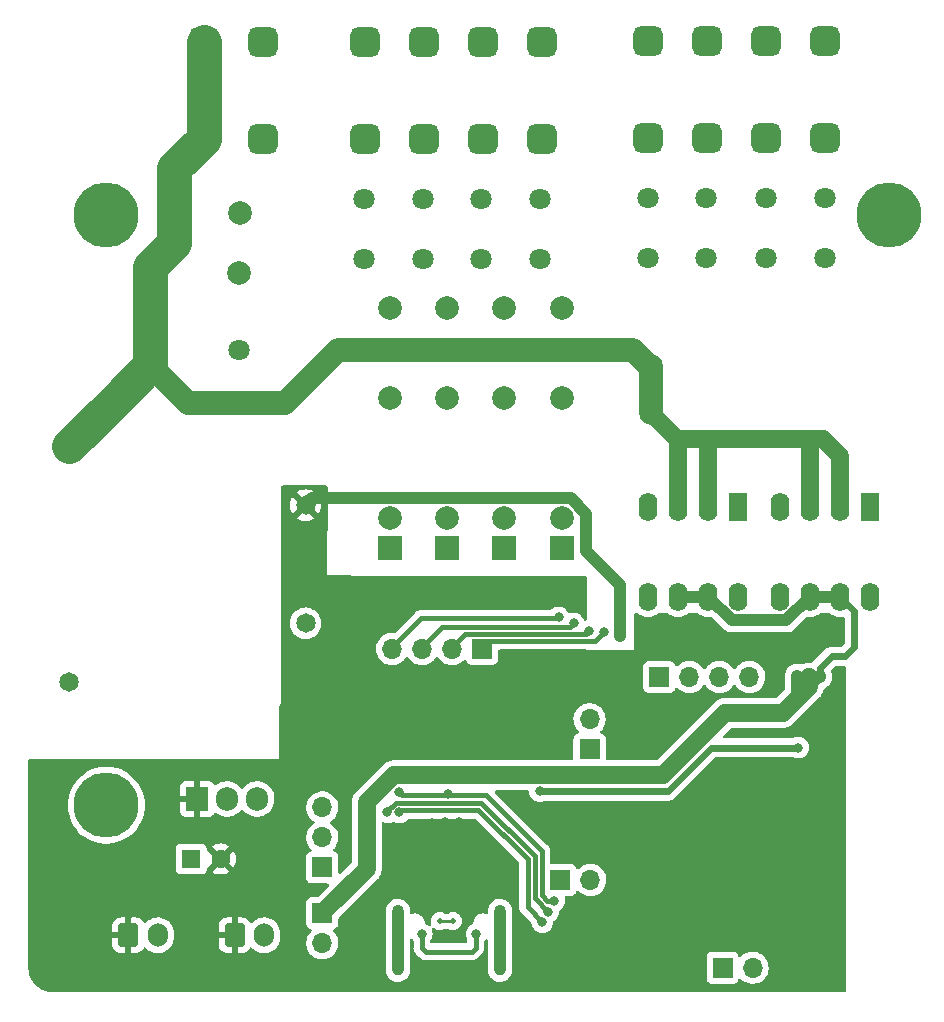
<source format=gbl>
G04 #@! TF.GenerationSoftware,KiCad,Pcbnew,(6.0.5)*
G04 #@! TF.CreationDate,2022-09-21T22:31:06+02:00*
G04 #@! TF.ProjectId,hamodule,68616d6f-6475-46c6-952e-6b696361645f,20220918.20*
G04 #@! TF.SameCoordinates,Original*
G04 #@! TF.FileFunction,Copper,L2,Bot*
G04 #@! TF.FilePolarity,Positive*
%FSLAX46Y46*%
G04 Gerber Fmt 4.6, Leading zero omitted, Abs format (unit mm)*
G04 Created by KiCad (PCBNEW (6.0.5)) date 2022-09-21 22:31:06*
%MOMM*%
%LPD*%
G01*
G04 APERTURE LIST*
G04 Aperture macros list*
%AMRoundRect*
0 Rectangle with rounded corners*
0 $1 Rounding radius*
0 $2 $3 $4 $5 $6 $7 $8 $9 X,Y pos of 4 corners*
0 Add a 4 corners polygon primitive as box body*
4,1,4,$2,$3,$4,$5,$6,$7,$8,$9,$2,$3,0*
0 Add four circle primitives for the rounded corners*
1,1,$1+$1,$2,$3*
1,1,$1+$1,$4,$5*
1,1,$1+$1,$6,$7*
1,1,$1+$1,$8,$9*
0 Add four rect primitives between the rounded corners*
20,1,$1+$1,$2,$3,$4,$5,0*
20,1,$1+$1,$4,$5,$6,$7,0*
20,1,$1+$1,$6,$7,$8,$9,0*
20,1,$1+$1,$8,$9,$2,$3,0*%
G04 Aperture macros list end*
G04 #@! TA.AperFunction,ComponentPad*
%ADD10R,2.000000X2.000000*%
G04 #@! TD*
G04 #@! TA.AperFunction,ComponentPad*
%ADD11C,2.000000*%
G04 #@! TD*
G04 #@! TA.AperFunction,ComponentPad*
%ADD12R,1.700000X1.700000*%
G04 #@! TD*
G04 #@! TA.AperFunction,ComponentPad*
%ADD13O,1.700000X1.700000*%
G04 #@! TD*
G04 #@! TA.AperFunction,ComponentPad*
%ADD14C,1.800000*%
G04 #@! TD*
G04 #@! TA.AperFunction,ComponentPad*
%ADD15RoundRect,0.250000X-0.600000X-0.750000X0.600000X-0.750000X0.600000X0.750000X-0.600000X0.750000X0*%
G04 #@! TD*
G04 #@! TA.AperFunction,ComponentPad*
%ADD16O,1.700000X2.000000*%
G04 #@! TD*
G04 #@! TA.AperFunction,ComponentPad*
%ADD17R,1.650000X1.650000*%
G04 #@! TD*
G04 #@! TA.AperFunction,ComponentPad*
%ADD18C,1.650000*%
G04 #@! TD*
G04 #@! TA.AperFunction,ComponentPad*
%ADD19R,1.905000X2.000000*%
G04 #@! TD*
G04 #@! TA.AperFunction,ComponentPad*
%ADD20O,1.905000X2.000000*%
G04 #@! TD*
G04 #@! TA.AperFunction,ComponentPad*
%ADD21RoundRect,0.625000X0.625000X0.625000X-0.625000X0.625000X-0.625000X-0.625000X0.625000X-0.625000X0*%
G04 #@! TD*
G04 #@! TA.AperFunction,ComponentPad*
%ADD22C,5.500000*%
G04 #@! TD*
G04 #@! TA.AperFunction,ComponentPad*
%ADD23R,1.600000X2.400000*%
G04 #@! TD*
G04 #@! TA.AperFunction,ComponentPad*
%ADD24O,1.600000X2.400000*%
G04 #@! TD*
G04 #@! TA.AperFunction,ComponentPad*
%ADD25O,1.000000X2.100000*%
G04 #@! TD*
G04 #@! TA.AperFunction,ComponentPad*
%ADD26O,1.000000X1.600000*%
G04 #@! TD*
G04 #@! TA.AperFunction,ComponentPad*
%ADD27R,1.600000X1.600000*%
G04 #@! TD*
G04 #@! TA.AperFunction,ComponentPad*
%ADD28C,1.600000*%
G04 #@! TD*
G04 #@! TA.AperFunction,SMDPad,CuDef*
%ADD29C,2.000000*%
G04 #@! TD*
G04 #@! TA.AperFunction,ViaPad*
%ADD30C,0.800000*%
G04 #@! TD*
G04 #@! TA.AperFunction,ViaPad*
%ADD31C,0.500000*%
G04 #@! TD*
G04 #@! TA.AperFunction,Conductor*
%ADD32C,1.000000*%
G04 #@! TD*
G04 #@! TA.AperFunction,Conductor*
%ADD33C,1.500000*%
G04 #@! TD*
G04 #@! TA.AperFunction,Conductor*
%ADD34C,0.600000*%
G04 #@! TD*
G04 #@! TA.AperFunction,Conductor*
%ADD35C,0.400000*%
G04 #@! TD*
G04 #@! TA.AperFunction,Conductor*
%ADD36C,3.000000*%
G04 #@! TD*
G04 #@! TA.AperFunction,Conductor*
%ADD37C,2.000000*%
G04 #@! TD*
G04 #@! TA.AperFunction,Conductor*
%ADD38C,0.250000*%
G04 #@! TD*
G04 APERTURE END LIST*
G36*
X85074500Y-66008000D02*
G01*
X83074500Y-66008000D01*
X83074500Y-62008000D01*
X85074500Y-62008000D01*
X85074500Y-66008000D01*
G37*
D10*
X76581000Y-77470000D03*
D11*
X76581000Y-74930000D03*
X76581000Y-64770000D03*
X76581000Y-57150000D03*
D10*
X71628000Y-77470000D03*
D11*
X71628000Y-74930000D03*
X71628000Y-64770000D03*
X71628000Y-57150000D03*
D10*
X66802000Y-77470000D03*
D11*
X66802000Y-74930000D03*
X66802000Y-64770000D03*
X66802000Y-57150000D03*
D10*
X61976000Y-77470000D03*
D11*
X61976000Y-74930000D03*
X61976000Y-64770000D03*
X61976000Y-57150000D03*
D12*
X56261500Y-108343700D03*
D13*
X56261500Y-110883700D03*
D14*
X41703800Y-59011450D03*
X49203800Y-60644780D03*
D15*
X48832000Y-110219000D03*
D16*
X51332000Y-110219000D03*
D17*
X34839100Y-68805000D03*
D18*
X34839100Y-88805000D03*
X54839100Y-83805000D03*
X54839100Y-73805000D03*
D19*
X45657000Y-98679000D03*
D20*
X48197000Y-98679000D03*
X50737000Y-98679000D03*
D21*
X74849500Y-42758500D03*
X74849500Y-34558501D03*
X69849500Y-42758500D03*
X69849500Y-34558501D03*
X64849500Y-42758500D03*
X64849500Y-34558501D03*
X59849500Y-42758500D03*
X59849500Y-34558501D03*
X46203100Y-34582100D03*
X46203100Y-42782099D03*
X51203100Y-34582100D03*
X51203100Y-42782099D03*
X98809500Y-42718499D03*
X98809500Y-34518500D03*
X93809500Y-42718499D03*
X93809500Y-34518500D03*
X88809500Y-42718499D03*
X88809500Y-34518500D03*
X83809500Y-42718499D03*
X83809500Y-34518500D03*
D11*
X49249500Y-49088500D03*
X49239500Y-54168500D03*
D22*
X104267500Y-49212500D03*
X37973500Y-49212500D03*
D23*
X91454274Y-73923320D03*
D24*
X88914274Y-73923320D03*
X86374274Y-73923320D03*
X83834274Y-73923320D03*
X83834274Y-81543320D03*
X86374274Y-81543320D03*
X88914274Y-81543320D03*
X91454274Y-81543320D03*
D23*
X102630274Y-73923320D03*
D24*
X100090274Y-73923320D03*
X97550274Y-73923320D03*
X95010274Y-73923320D03*
X95010274Y-81543320D03*
X97550274Y-81543320D03*
X100090274Y-81543320D03*
X102630274Y-81543320D03*
D15*
X39835000Y-110219000D03*
D16*
X42335000Y-110219000D03*
D12*
X84783000Y-88341600D03*
D13*
X87323000Y-88341600D03*
X89863000Y-88341600D03*
X92403000Y-88341600D03*
D12*
X90145100Y-112966500D03*
D13*
X92685100Y-112966500D03*
D12*
X56261500Y-104470200D03*
D13*
X56261500Y-101930200D03*
X56261500Y-99390200D03*
D12*
X78880200Y-94462600D03*
D13*
X78880200Y-91922600D03*
D14*
X88773500Y-52895500D03*
X88773500Y-47815500D03*
X98831900Y-52895500D03*
X98831900Y-47815500D03*
D12*
X76403700Y-105524300D03*
D13*
X78943700Y-105524300D03*
D14*
X74690000Y-52959000D03*
X74690000Y-47879000D03*
D25*
X71296000Y-108675900D03*
D26*
X62656000Y-112855900D03*
D25*
X62656000Y-108675900D03*
D26*
X71296000Y-112855900D03*
D14*
X93802700Y-52895500D03*
X93802700Y-47815500D03*
X64770000Y-52959000D03*
X64770000Y-47879000D03*
D27*
X45149000Y-103759000D03*
D28*
X47649000Y-103759000D03*
D14*
X83795100Y-52895500D03*
X83795100Y-47815500D03*
X59817000Y-52959000D03*
X59817000Y-47879000D03*
D12*
X69787000Y-85979000D03*
D13*
X67247000Y-85979000D03*
X64707000Y-85979000D03*
X62167000Y-85979000D03*
D22*
X37973500Y-99212500D03*
D14*
X69690000Y-52959000D03*
X69690000Y-47879000D03*
D29*
X84074500Y-62008000D03*
X84074500Y-66008000D03*
D30*
X81423511Y-84883489D03*
X78613000Y-77724000D03*
X96457000Y-88392000D03*
X97434900Y-88392000D03*
X98374700Y-88392000D03*
X71088120Y-96819080D03*
X76264000Y-83312000D03*
X77534000Y-83820000D03*
X78804000Y-84455000D03*
X80074000Y-84582000D03*
X96539500Y-94328500D03*
X74663800Y-98018600D03*
D31*
X66206000Y-109029500D03*
X67310500Y-109029500D03*
D30*
X66893841Y-98219889D03*
X75895700Y-107302300D03*
X62788817Y-98094917D03*
X64686000Y-110105784D03*
X69303000Y-110105000D03*
X88875100Y-99656900D03*
X91110300Y-103517700D03*
X93040700Y-103517700D03*
X91262700Y-97116900D03*
X100063800Y-88392000D03*
X88329000Y-83947000D03*
X96203000Y-100571300D03*
X67819300Y-100661500D03*
X66629500Y-102908900D03*
X54229000Y-104267000D03*
X94103000Y-96075500D03*
X63059500Y-106648500D03*
X92203000Y-96075500D03*
X86906600Y-83896200D03*
X99149400Y-83845400D03*
X87884500Y-100545900D03*
X99632000Y-85344000D03*
X65489500Y-102908900D03*
X100087000Y-89916000D03*
X98285800Y-83845400D03*
X93790000Y-89662000D03*
X60809500Y-113808500D03*
X67809500Y-102978900D03*
X99559500Y-108148500D03*
X90221300Y-104457500D03*
X77203000Y-100105000D03*
X77915000Y-110617000D03*
X59553000Y-91112000D03*
X54229000Y-102489000D03*
X38608000Y-106299000D03*
X88430600Y-85420200D03*
X38608000Y-104267000D03*
X99568500Y-94449900D03*
X63487800Y-81026000D03*
X72441300Y-106921300D03*
X65499500Y-101804500D03*
X66625500Y-101779100D03*
X66625500Y-100661500D03*
X78931000Y-110617000D03*
X95303000Y-99631500D03*
X95303000Y-101505000D03*
X93193100Y-97116900D03*
X93980500Y-104457500D03*
X63315099Y-104513899D03*
X97981000Y-85344000D03*
X54229000Y-106299000D03*
X86906600Y-85420200D03*
X76899000Y-110617000D03*
X90303000Y-96075500D03*
X59553000Y-93017000D03*
X73803000Y-99905000D03*
X62027300Y-106667300D03*
X75883000Y-90932000D03*
X87884500Y-102425500D03*
X59529500Y-112638500D03*
X65507900Y-100686900D03*
X87884500Y-98666300D03*
X71476100Y-106616500D03*
X69724100Y-105705900D03*
X88875100Y-101536500D03*
X96203000Y-98705000D03*
X96203000Y-102505000D03*
X92100900Y-104457500D03*
X75969500Y-93395800D03*
X67793900Y-101753700D03*
X62786980Y-99818900D03*
X74879700Y-109105700D03*
X75362300Y-108216700D03*
X61769500Y-99810500D03*
D32*
X55413611Y-73230489D02*
X54839100Y-73805000D01*
X77284962Y-73230489D02*
X55413611Y-73230489D01*
X78613000Y-74558527D02*
X77284962Y-73230489D01*
X78613000Y-77724000D02*
X78613000Y-74558527D01*
X81423511Y-80534511D02*
X81423511Y-81898489D01*
X78613000Y-77724000D02*
X81423511Y-80534511D01*
X81423511Y-81898489D02*
X81423511Y-84883489D01*
X86374274Y-81543320D02*
X88933633Y-81543320D01*
X98372538Y-88239582D02*
X98374700Y-88237420D01*
D33*
X56261500Y-108343700D02*
X60011395Y-104593805D01*
D32*
X96431582Y-88239582D02*
X96431582Y-89890582D01*
D33*
X97434900Y-89177220D02*
X97434900Y-88392000D01*
X95219609Y-91392511D02*
X97434900Y-89177220D01*
D32*
X88933633Y-81543320D02*
X90956313Y-83566000D01*
X96431582Y-89890582D02*
X96576560Y-90035560D01*
D34*
X99378000Y-86614000D02*
X100521000Y-86614000D01*
X100521000Y-86614000D02*
X101283000Y-85852000D01*
D33*
X62306147Y-96669089D02*
X85074379Y-96669089D01*
D32*
X100090274Y-81543320D02*
X97550274Y-81543320D01*
D34*
X98374700Y-88392000D02*
X98374700Y-87617300D01*
X101283000Y-85852000D02*
X101283000Y-82736046D01*
D32*
X95527594Y-83566000D02*
X97550274Y-81543320D01*
D33*
X85074379Y-96669089D02*
X90350957Y-91392511D01*
D32*
X98374700Y-88392000D02*
X98220120Y-88392000D01*
D33*
X90350957Y-91392511D02*
X95219609Y-91392511D01*
X60011395Y-98963841D02*
X62306147Y-96669089D01*
X60011395Y-104593805D02*
X60011395Y-98963841D01*
D34*
X98374700Y-87617300D02*
X99378000Y-86614000D01*
D32*
X90956313Y-83566000D02*
X95527594Y-83566000D01*
X98220120Y-88392000D02*
X97434900Y-89177220D01*
D34*
X101283000Y-82736046D02*
X100090274Y-81543320D01*
D35*
X62167000Y-85827000D02*
X64615551Y-83378449D01*
X64615551Y-83378449D02*
X76197551Y-83378449D01*
X76197551Y-83378449D02*
X76264000Y-83312000D01*
X66422489Y-84111511D02*
X64707000Y-85827000D01*
X77534000Y-83820000D02*
X77242489Y-84111511D01*
X77242489Y-84111511D02*
X66422489Y-84111511D01*
X78804000Y-84455000D02*
X78547969Y-84711031D01*
X68362969Y-84711031D02*
X67247000Y-85827000D01*
X78547969Y-84711031D02*
X68362969Y-84711031D01*
X71785551Y-85310551D02*
X70455449Y-85310551D01*
X79345449Y-85310551D02*
X71785551Y-85310551D01*
X80074000Y-84582000D02*
X79345449Y-85310551D01*
X70455449Y-85310551D02*
X69787000Y-85979000D01*
D36*
X46203100Y-34582100D02*
X46203100Y-38823900D01*
X41703800Y-59011450D02*
X41703800Y-61940300D01*
X41703800Y-59011450D02*
X41703800Y-53613238D01*
X41703800Y-53613238D02*
X43723011Y-51594027D01*
X43723011Y-45262188D02*
X46203100Y-42782099D01*
X38614050Y-65030050D02*
X34839100Y-68805000D01*
D37*
X53086000Y-65151000D02*
X44914500Y-65151000D01*
D36*
X41703800Y-61940300D02*
X38614050Y-65030050D01*
D37*
X59398454Y-60649511D02*
X82557511Y-60649511D01*
D36*
X46203100Y-38823900D02*
X46203100Y-42782099D01*
D37*
X59398454Y-60649511D02*
X57587489Y-60649511D01*
X44914500Y-65151000D02*
X41703800Y-61940300D01*
D36*
X43723011Y-51594027D02*
X43723011Y-45262188D01*
D37*
X82557511Y-60649511D02*
X84074500Y-62166500D01*
X57587489Y-60649511D02*
X53086000Y-65151000D01*
D34*
X89182056Y-94328500D02*
X85491956Y-98018600D01*
X85491956Y-98018600D02*
X74663800Y-98018600D01*
X96539500Y-94328500D02*
X89182056Y-94328500D01*
D38*
X66206000Y-109029500D02*
X67310500Y-109029500D01*
D35*
X70270900Y-98499900D02*
X70094400Y-98323400D01*
X66891400Y-98222330D02*
X66893841Y-98219889D01*
X70094400Y-98323400D02*
X66891400Y-98323400D01*
X75286100Y-107302300D02*
X75895700Y-107302300D01*
X74828900Y-106845100D02*
X75286100Y-107302300D01*
X74828900Y-103057900D02*
X74828900Y-106845100D01*
X70270900Y-98499900D02*
X74828900Y-103057900D01*
X66891400Y-98323400D02*
X63995800Y-98323400D01*
X63017300Y-98323400D02*
X62788817Y-98094917D01*
X63995800Y-98323400D02*
X63017300Y-98323400D01*
X66891400Y-98323400D02*
X66891400Y-98222330D01*
X65003000Y-111605000D02*
X68903000Y-111605000D01*
X68903000Y-111605000D02*
X69246000Y-111262000D01*
X64686000Y-111288000D02*
X65003000Y-111605000D01*
X69246000Y-111262000D02*
X69246000Y-110105900D01*
X64686000Y-110105784D02*
X64686000Y-111288000D01*
X69477375Y-99623625D02*
X73629860Y-103776110D01*
X62786980Y-99818900D02*
X62982255Y-99623625D01*
X73629860Y-103776110D02*
X73629860Y-107855860D01*
X73629860Y-107855860D02*
X74879700Y-109105700D01*
X62982255Y-99623625D02*
X69477375Y-99623625D01*
D33*
X84074500Y-66008000D02*
X86265500Y-68199000D01*
X86265500Y-68199000D02*
X88710000Y-68199000D01*
X97550274Y-68276274D02*
X97473000Y-68199000D01*
X86374274Y-68307774D02*
X86265500Y-68199000D01*
X97550274Y-73923320D02*
X97550274Y-68276274D01*
X88914274Y-73923320D02*
X88914274Y-68403274D01*
X98616000Y-68199000D02*
X100090274Y-69673274D01*
X86374274Y-73923320D02*
X86374274Y-68307774D01*
X88914274Y-68403274D02*
X88710000Y-68199000D01*
X88710000Y-68199000D02*
X97473000Y-68199000D01*
X100090274Y-69673274D02*
X100090274Y-73923320D01*
X97473000Y-68199000D02*
X98616000Y-68199000D01*
D35*
X75301850Y-108165900D02*
X75413100Y-108165900D01*
X61769500Y-99810500D02*
X61769500Y-99705700D01*
X62455811Y-99019389D02*
X69720989Y-99019389D01*
X69720989Y-99019389D02*
X74229380Y-103527780D01*
X74229380Y-107093430D02*
X75352650Y-108216700D01*
X75352650Y-108216700D02*
X75362300Y-108216700D01*
X74229380Y-103527780D02*
X74229380Y-107093430D01*
X61769500Y-99705700D02*
X62455811Y-99019389D01*
D32*
X62656000Y-108675900D02*
X62656000Y-112855900D01*
X71296000Y-112855900D02*
X71296000Y-108675900D01*
G04 #@! TA.AperFunction,Conductor*
G36*
X56646109Y-72156502D02*
G01*
X56692602Y-72210158D01*
X56703988Y-72262699D01*
X56692119Y-79751538D01*
X60837206Y-79760137D01*
X78537656Y-79796857D01*
X78605735Y-79817001D01*
X78652117Y-79870753D01*
X78663395Y-79922580D01*
X78670802Y-83288774D01*
X78671161Y-83452129D01*
X78651309Y-83520293D01*
X78597755Y-83566904D01*
X78571358Y-83575653D01*
X78531265Y-83584175D01*
X78460474Y-83578773D01*
X78403841Y-83535956D01*
X78385235Y-83499865D01*
X78370568Y-83454725D01*
X78370567Y-83454724D01*
X78368527Y-83448444D01*
X78273040Y-83283056D01*
X78236784Y-83242789D01*
X78149675Y-83146045D01*
X78149674Y-83146044D01*
X78145253Y-83141134D01*
X77990752Y-83028882D01*
X77984724Y-83026198D01*
X77984722Y-83026197D01*
X77822319Y-82953891D01*
X77822318Y-82953891D01*
X77816288Y-82951206D01*
X77709630Y-82928535D01*
X77635944Y-82912872D01*
X77635939Y-82912872D01*
X77629487Y-82911500D01*
X77438513Y-82911500D01*
X77432061Y-82912872D01*
X77432056Y-82912872D01*
X77315737Y-82937597D01*
X77251712Y-82951206D01*
X77245679Y-82953892D01*
X77245676Y-82953893D01*
X77238438Y-82957116D01*
X77168071Y-82966551D01*
X77103774Y-82936445D01*
X77078069Y-82905010D01*
X77045595Y-82848763D01*
X77003040Y-82775056D01*
X76997368Y-82768756D01*
X76879675Y-82638045D01*
X76879674Y-82638044D01*
X76875253Y-82633134D01*
X76720752Y-82520882D01*
X76714724Y-82518198D01*
X76714722Y-82518197D01*
X76552319Y-82445891D01*
X76552318Y-82445891D01*
X76546288Y-82443206D01*
X76452888Y-82423353D01*
X76365944Y-82404872D01*
X76365939Y-82404872D01*
X76359487Y-82403500D01*
X76168513Y-82403500D01*
X76162061Y-82404872D01*
X76162056Y-82404872D01*
X76075112Y-82423353D01*
X75981712Y-82443206D01*
X75975682Y-82445891D01*
X75975681Y-82445891D01*
X75813278Y-82518197D01*
X75813276Y-82518198D01*
X75807248Y-82520882D01*
X75801907Y-82524762D01*
X75801906Y-82524763D01*
X75698257Y-82600069D01*
X75652747Y-82633134D01*
X75648665Y-82637668D01*
X75584824Y-82668303D01*
X75564524Y-82669949D01*
X64644463Y-82669949D01*
X64635893Y-82669657D01*
X64585775Y-82666240D01*
X64585771Y-82666240D01*
X64578199Y-82665724D01*
X64570722Y-82667029D01*
X64570721Y-82667029D01*
X64544243Y-82671650D01*
X64515248Y-82676711D01*
X64508730Y-82677672D01*
X64445309Y-82685347D01*
X64438208Y-82688030D01*
X64435599Y-82688671D01*
X64419289Y-82693134D01*
X64416753Y-82693899D01*
X64409267Y-82695206D01*
X64402310Y-82698260D01*
X64350756Y-82720891D01*
X64344652Y-82723382D01*
X64284895Y-82745962D01*
X64278632Y-82750266D01*
X64276266Y-82751503D01*
X64261454Y-82759748D01*
X64259200Y-82761081D01*
X64252246Y-82764134D01*
X64201549Y-82803036D01*
X64196219Y-82806908D01*
X64149831Y-82838788D01*
X64149826Y-82838793D01*
X64143570Y-82843092D01*
X64138519Y-82848762D01*
X64138517Y-82848763D01*
X64102116Y-82889619D01*
X64097135Y-82894895D01*
X62405209Y-84586821D01*
X62342897Y-84620847D01*
X62304260Y-84623167D01*
X62300364Y-84622799D01*
X62295284Y-84621894D01*
X62229174Y-84621086D01*
X62077081Y-84619228D01*
X62077079Y-84619228D01*
X62071911Y-84619165D01*
X61851091Y-84652955D01*
X61638756Y-84722357D01*
X61440607Y-84825507D01*
X61436474Y-84828610D01*
X61436471Y-84828612D01*
X61429853Y-84833581D01*
X61261965Y-84959635D01*
X61107629Y-85121138D01*
X61104715Y-85125410D01*
X61104714Y-85125411D01*
X61019556Y-85250249D01*
X60981743Y-85305680D01*
X60934715Y-85406993D01*
X60895953Y-85490500D01*
X60887688Y-85508305D01*
X60827989Y-85723570D01*
X60804251Y-85945695D01*
X60804548Y-85950848D01*
X60804548Y-85950851D01*
X60813246Y-86101696D01*
X60817110Y-86168715D01*
X60818247Y-86173761D01*
X60818248Y-86173767D01*
X60833613Y-86241945D01*
X60866222Y-86386639D01*
X60950266Y-86593616D01*
X60987685Y-86654678D01*
X61064291Y-86779688D01*
X61066987Y-86784088D01*
X61213250Y-86952938D01*
X61385126Y-87095632D01*
X61578000Y-87208338D01*
X61582825Y-87210180D01*
X61582826Y-87210181D01*
X61613573Y-87221922D01*
X61786692Y-87288030D01*
X61791760Y-87289061D01*
X61791763Y-87289062D01*
X61859519Y-87302847D01*
X62005597Y-87332567D01*
X62010772Y-87332757D01*
X62010774Y-87332757D01*
X62223673Y-87340564D01*
X62223677Y-87340564D01*
X62228837Y-87340753D01*
X62233957Y-87340097D01*
X62233959Y-87340097D01*
X62445288Y-87313025D01*
X62445289Y-87313025D01*
X62450416Y-87312368D01*
X62455366Y-87310883D01*
X62659429Y-87249661D01*
X62659434Y-87249659D01*
X62664384Y-87248174D01*
X62864994Y-87149896D01*
X63046860Y-87020173D01*
X63074501Y-86992629D01*
X63147478Y-86919906D01*
X63205096Y-86862489D01*
X63264594Y-86779689D01*
X63335453Y-86681077D01*
X63336776Y-86682028D01*
X63383645Y-86638857D01*
X63453580Y-86626625D01*
X63519026Y-86654144D01*
X63546875Y-86685994D01*
X63606987Y-86784088D01*
X63753250Y-86952938D01*
X63925126Y-87095632D01*
X64118000Y-87208338D01*
X64122825Y-87210180D01*
X64122826Y-87210181D01*
X64153573Y-87221922D01*
X64326692Y-87288030D01*
X64331760Y-87289061D01*
X64331763Y-87289062D01*
X64399519Y-87302847D01*
X64545597Y-87332567D01*
X64550772Y-87332757D01*
X64550774Y-87332757D01*
X64763673Y-87340564D01*
X64763677Y-87340564D01*
X64768837Y-87340753D01*
X64773957Y-87340097D01*
X64773959Y-87340097D01*
X64985288Y-87313025D01*
X64985289Y-87313025D01*
X64990416Y-87312368D01*
X64995366Y-87310883D01*
X65199429Y-87249661D01*
X65199434Y-87249659D01*
X65204384Y-87248174D01*
X65404994Y-87149896D01*
X65586860Y-87020173D01*
X65614501Y-86992629D01*
X65687478Y-86919906D01*
X65745096Y-86862489D01*
X65804594Y-86779689D01*
X65875453Y-86681077D01*
X65876776Y-86682028D01*
X65923645Y-86638857D01*
X65993580Y-86626625D01*
X66059026Y-86654144D01*
X66086875Y-86685994D01*
X66146987Y-86784088D01*
X66293250Y-86952938D01*
X66465126Y-87095632D01*
X66658000Y-87208338D01*
X66662825Y-87210180D01*
X66662826Y-87210181D01*
X66693573Y-87221922D01*
X66866692Y-87288030D01*
X66871760Y-87289061D01*
X66871763Y-87289062D01*
X66939519Y-87302847D01*
X67085597Y-87332567D01*
X67090772Y-87332757D01*
X67090774Y-87332757D01*
X67303673Y-87340564D01*
X67303677Y-87340564D01*
X67308837Y-87340753D01*
X67313957Y-87340097D01*
X67313959Y-87340097D01*
X67525288Y-87313025D01*
X67525289Y-87313025D01*
X67530416Y-87312368D01*
X67535366Y-87310883D01*
X67739429Y-87249661D01*
X67739434Y-87249659D01*
X67744384Y-87248174D01*
X67944994Y-87149896D01*
X68126860Y-87020173D01*
X68235091Y-86912319D01*
X68297462Y-86878404D01*
X68368268Y-86883592D01*
X68425030Y-86926238D01*
X68442012Y-86957341D01*
X68467525Y-87025395D01*
X68486385Y-87075705D01*
X68573739Y-87192261D01*
X68690295Y-87279615D01*
X68826684Y-87330745D01*
X68888866Y-87337500D01*
X70685134Y-87337500D01*
X70747316Y-87330745D01*
X70883705Y-87279615D01*
X71000261Y-87192261D01*
X71087615Y-87075705D01*
X71138745Y-86939316D01*
X71145500Y-86877134D01*
X71145500Y-86145051D01*
X71165502Y-86076930D01*
X71219158Y-86030437D01*
X71271500Y-86019051D01*
X78562478Y-86019051D01*
X78630599Y-86039053D01*
X78676970Y-86092569D01*
X78677000Y-86106000D01*
X82614000Y-86106000D01*
X82614000Y-83056107D01*
X82634002Y-82987986D01*
X82687658Y-82941493D01*
X82739904Y-82930107D01*
X82878696Y-82930001D01*
X82922232Y-82929968D01*
X82994596Y-82952754D01*
X83177525Y-83080843D01*
X83182507Y-83083166D01*
X83182512Y-83083169D01*
X83295173Y-83135703D01*
X83385031Y-83177604D01*
X83390339Y-83179026D01*
X83390341Y-83179027D01*
X83600872Y-83235439D01*
X83600874Y-83235439D01*
X83606187Y-83236863D01*
X83834274Y-83256818D01*
X84062361Y-83236863D01*
X84067674Y-83235439D01*
X84067676Y-83235439D01*
X84278207Y-83179027D01*
X84278209Y-83179026D01*
X84283517Y-83177604D01*
X84373375Y-83135703D01*
X84486036Y-83083169D01*
X84486041Y-83083166D01*
X84491023Y-83080843D01*
X84675929Y-82951370D01*
X84748104Y-82928583D01*
X84810773Y-82928535D01*
X85459482Y-82928043D01*
X85531847Y-82950830D01*
X85717525Y-83080843D01*
X85722507Y-83083166D01*
X85722512Y-83083169D01*
X85835173Y-83135703D01*
X85925031Y-83177604D01*
X85930339Y-83179026D01*
X85930341Y-83179027D01*
X86140872Y-83235439D01*
X86140874Y-83235439D01*
X86146187Y-83236863D01*
X86374274Y-83256818D01*
X86602361Y-83236863D01*
X86607674Y-83235439D01*
X86607676Y-83235439D01*
X86818207Y-83179027D01*
X86818209Y-83179026D01*
X86823517Y-83177604D01*
X86913375Y-83135703D01*
X87026036Y-83083169D01*
X87026041Y-83083166D01*
X87031023Y-83080843D01*
X87218574Y-82949518D01*
X87220077Y-82951665D01*
X87275144Y-82927648D01*
X87290842Y-82926654D01*
X87996878Y-82926119D01*
X88065013Y-82946069D01*
X88069882Y-82949650D01*
X88069974Y-82949518D01*
X88257525Y-83080843D01*
X88262507Y-83083166D01*
X88262512Y-83083169D01*
X88375173Y-83135703D01*
X88465031Y-83177604D01*
X88470339Y-83179026D01*
X88470341Y-83179027D01*
X88680872Y-83235439D01*
X88680874Y-83235439D01*
X88686187Y-83236863D01*
X88914274Y-83256818D01*
X88919749Y-83256339D01*
X89137698Y-83237271D01*
X89207303Y-83251260D01*
X89237775Y-83273697D01*
X90199462Y-84235384D01*
X90208564Y-84245527D01*
X90232281Y-84275025D01*
X90270759Y-84307312D01*
X90274375Y-84310467D01*
X90276201Y-84312123D01*
X90278387Y-84314309D01*
X90280767Y-84316264D01*
X90280777Y-84316273D01*
X90311581Y-84341576D01*
X90312596Y-84342418D01*
X90383787Y-84402154D01*
X90388461Y-84404723D01*
X90392574Y-84408102D01*
X90398011Y-84411017D01*
X90398012Y-84411018D01*
X90474360Y-84451955D01*
X90475490Y-84452568D01*
X90487680Y-84459269D01*
X90515449Y-84474535D01*
X90557100Y-84497433D01*
X90562182Y-84499045D01*
X90566876Y-84501562D01*
X90655844Y-84528762D01*
X90656872Y-84529082D01*
X90745619Y-84557235D01*
X90750915Y-84557829D01*
X90756011Y-84559387D01*
X90848535Y-84568785D01*
X90849655Y-84568905D01*
X90882977Y-84572642D01*
X90896043Y-84574108D01*
X90896047Y-84574108D01*
X90899540Y-84574500D01*
X90903067Y-84574500D01*
X90904070Y-84574556D01*
X90909754Y-84575003D01*
X90935170Y-84577585D01*
X90946649Y-84578751D01*
X90946651Y-84578751D01*
X90952775Y-84579373D01*
X90998414Y-84575059D01*
X91010270Y-84574500D01*
X95465751Y-84574500D01*
X95479358Y-84575237D01*
X95510856Y-84578659D01*
X95510861Y-84578659D01*
X95516982Y-84579324D01*
X95543232Y-84577027D01*
X95566982Y-84574950D01*
X95571808Y-84574621D01*
X95574280Y-84574500D01*
X95577363Y-84574500D01*
X95589332Y-84573326D01*
X95620100Y-84570310D01*
X95621413Y-84570188D01*
X95665678Y-84566315D01*
X95714007Y-84562087D01*
X95719126Y-84560600D01*
X95724427Y-84560080D01*
X95813428Y-84533209D01*
X95814561Y-84532874D01*
X95898008Y-84508630D01*
X95898012Y-84508628D01*
X95903930Y-84506909D01*
X95908662Y-84504456D01*
X95913763Y-84502916D01*
X95920767Y-84499192D01*
X95995854Y-84459269D01*
X95997020Y-84458657D01*
X96074047Y-84418729D01*
X96079520Y-84415892D01*
X96083683Y-84412569D01*
X96088390Y-84410066D01*
X96094732Y-84404894D01*
X96110453Y-84392072D01*
X96160512Y-84351245D01*
X96161368Y-84350554D01*
X96200567Y-84319262D01*
X96203071Y-84316758D01*
X96203789Y-84316116D01*
X96208122Y-84312415D01*
X96241656Y-84285065D01*
X96270882Y-84249737D01*
X96278871Y-84240958D01*
X97244575Y-83275254D01*
X97306887Y-83241228D01*
X97344649Y-83238828D01*
X97550274Y-83256818D01*
X97778361Y-83236863D01*
X97783674Y-83235439D01*
X97783676Y-83235439D01*
X97994207Y-83179027D01*
X97994209Y-83179026D01*
X97999517Y-83177604D01*
X98089375Y-83135703D01*
X98202036Y-83083169D01*
X98202041Y-83083166D01*
X98207023Y-83080843D01*
X98394574Y-82949518D01*
X98396745Y-82947347D01*
X98461092Y-82919182D01*
X98476944Y-82918168D01*
X99162783Y-82917647D01*
X99230918Y-82937597D01*
X99242783Y-82946327D01*
X99245974Y-82949518D01*
X99250476Y-82952670D01*
X99250478Y-82952672D01*
X99299462Y-82986971D01*
X99433525Y-83080843D01*
X99438507Y-83083166D01*
X99438512Y-83083169D01*
X99551173Y-83135703D01*
X99641031Y-83177604D01*
X99646339Y-83179026D01*
X99646341Y-83179027D01*
X99856872Y-83235439D01*
X99856874Y-83235439D01*
X99862187Y-83236863D01*
X100090274Y-83256818D01*
X100318361Y-83236863D01*
X100323673Y-83235440D01*
X100326620Y-83234920D01*
X100397179Y-83242789D01*
X100452283Y-83287556D01*
X100474500Y-83359006D01*
X100474500Y-85464918D01*
X100454498Y-85533039D01*
X100437595Y-85554013D01*
X100223013Y-85768595D01*
X100160701Y-85802621D01*
X100133918Y-85805500D01*
X99387164Y-85805500D01*
X99385845Y-85805493D01*
X99295779Y-85804550D01*
X99288893Y-85806039D01*
X99288891Y-85806039D01*
X99270313Y-85810056D01*
X99253414Y-85813710D01*
X99240835Y-85815770D01*
X99204741Y-85819818D01*
X99204738Y-85819819D01*
X99197745Y-85820603D01*
X99166068Y-85831634D01*
X99151258Y-85835796D01*
X99125378Y-85841391D01*
X99125374Y-85841392D01*
X99118489Y-85842881D01*
X99112105Y-85845858D01*
X99112099Y-85845860D01*
X99079193Y-85861204D01*
X99067384Y-85865999D01*
X99026448Y-85880255D01*
X99020476Y-85883987D01*
X99020469Y-85883990D01*
X98998005Y-85898027D01*
X98984488Y-85905366D01*
X98960481Y-85916561D01*
X98960477Y-85916563D01*
X98954098Y-85919538D01*
X98937504Y-85932410D01*
X98919844Y-85946108D01*
X98909395Y-85953397D01*
X98872624Y-85976374D01*
X98867625Y-85981339D01*
X98867623Y-85981340D01*
X98843815Y-86004983D01*
X98843192Y-86005566D01*
X98842530Y-86006079D01*
X98816680Y-86031929D01*
X98773484Y-86074825D01*
X98743918Y-86104185D01*
X98743258Y-86105225D01*
X98742157Y-86106452D01*
X97809495Y-87039113D01*
X97808558Y-87040040D01*
X97744193Y-87103071D01*
X97743670Y-87102537D01*
X97689586Y-87139618D01*
X97630809Y-87141971D01*
X97630495Y-87144098D01*
X97624951Y-87143279D01*
X97619489Y-87141968D01*
X97535425Y-87137121D01*
X97400817Y-87129360D01*
X97400814Y-87129360D01*
X97395210Y-87129037D01*
X97172185Y-87156025D01*
X96957465Y-87222082D01*
X96856433Y-87274229D01*
X96852453Y-87276283D01*
X96782746Y-87289752D01*
X96757406Y-87284682D01*
X96635350Y-87246900D01*
X96629225Y-87246256D01*
X96629224Y-87246256D01*
X96444786Y-87226871D01*
X96444784Y-87226871D01*
X96438657Y-87226227D01*
X96356158Y-87233735D01*
X96247833Y-87243593D01*
X96247830Y-87243594D01*
X96241694Y-87244152D01*
X96235788Y-87245890D01*
X96235784Y-87245891D01*
X96132521Y-87276283D01*
X96051963Y-87299992D01*
X96046505Y-87302845D01*
X96046501Y-87302847D01*
X95974356Y-87340564D01*
X95876692Y-87391622D01*
X95722557Y-87515550D01*
X95595428Y-87667056D01*
X95592461Y-87672454D01*
X95592457Y-87672459D01*
X95513677Y-87815762D01*
X95500149Y-87840369D01*
X95498288Y-87846236D01*
X95498287Y-87846238D01*
X95478911Y-87907320D01*
X95440347Y-88028888D01*
X95423082Y-88182809D01*
X95423082Y-89357060D01*
X95403080Y-89425181D01*
X95386177Y-89446155D01*
X94735226Y-90097106D01*
X94672914Y-90131132D01*
X94646131Y-90134011D01*
X90442352Y-90134011D01*
X90425905Y-90132933D01*
X90409440Y-90130765D01*
X90409436Y-90130765D01*
X90403870Y-90130032D01*
X90322469Y-90133871D01*
X90316533Y-90134011D01*
X90293958Y-90134011D01*
X90274938Y-90135708D01*
X90267968Y-90136330D01*
X90262706Y-90136689D01*
X90246525Y-90137452D01*
X90179469Y-90140615D01*
X90174010Y-90141865D01*
X90174005Y-90141866D01*
X90161987Y-90144619D01*
X90145058Y-90147300D01*
X90127195Y-90148894D01*
X90121779Y-90150376D01*
X90121777Y-90150376D01*
X90046824Y-90170881D01*
X90041706Y-90172167D01*
X89965957Y-90189516D01*
X89965955Y-90189517D01*
X89960487Y-90190769D01*
X89949987Y-90195248D01*
X89943990Y-90197805D01*
X89927815Y-90203438D01*
X89915918Y-90206693D01*
X89915914Y-90206694D01*
X89910506Y-90208174D01*
X89905440Y-90210590D01*
X89905441Y-90210590D01*
X89835290Y-90244050D01*
X89830481Y-90246221D01*
X89753848Y-90278908D01*
X89738847Y-90288762D01*
X89723932Y-90297165D01*
X89707739Y-90304889D01*
X89703191Y-90308157D01*
X89703186Y-90308160D01*
X89640071Y-90353513D01*
X89635734Y-90356493D01*
X89566082Y-90402246D01*
X89545301Y-90420762D01*
X89535005Y-90429011D01*
X89525303Y-90435982D01*
X89503116Y-90458877D01*
X89450925Y-90512734D01*
X89449536Y-90514144D01*
X84589996Y-95373684D01*
X84527684Y-95407710D01*
X84500901Y-95410589D01*
X80364700Y-95410589D01*
X80296579Y-95390587D01*
X80250086Y-95336931D01*
X80238700Y-95284589D01*
X80238700Y-93564466D01*
X80231945Y-93502284D01*
X80180815Y-93365895D01*
X80093461Y-93249339D01*
X79976905Y-93161985D01*
X79964332Y-93157272D01*
X79858403Y-93117560D01*
X79801639Y-93074918D01*
X79776939Y-93008356D01*
X79792147Y-92939008D01*
X79813693Y-92910327D01*
X79914635Y-92809737D01*
X79918296Y-92806089D01*
X79977794Y-92723289D01*
X80045635Y-92628877D01*
X80048653Y-92624677D01*
X80063690Y-92594253D01*
X80145336Y-92429053D01*
X80145337Y-92429051D01*
X80147630Y-92424411D01*
X80194064Y-92271578D01*
X80211065Y-92215623D01*
X80211065Y-92215621D01*
X80212570Y-92210669D01*
X80241729Y-91989190D01*
X80243356Y-91922600D01*
X80225052Y-91699961D01*
X80170631Y-91483302D01*
X80081554Y-91278440D01*
X80042106Y-91217462D01*
X79963022Y-91095217D01*
X79963020Y-91095214D01*
X79960214Y-91090877D01*
X79809870Y-90925651D01*
X79805819Y-90922452D01*
X79805815Y-90922448D01*
X79638614Y-90790400D01*
X79638610Y-90790398D01*
X79634559Y-90787198D01*
X79438989Y-90679238D01*
X79434120Y-90677514D01*
X79434116Y-90677512D01*
X79233287Y-90606395D01*
X79233283Y-90606394D01*
X79228412Y-90604669D01*
X79223319Y-90603762D01*
X79223316Y-90603761D01*
X79013573Y-90566400D01*
X79013567Y-90566399D01*
X79008484Y-90565494D01*
X78934652Y-90564592D01*
X78790281Y-90562828D01*
X78790279Y-90562828D01*
X78785111Y-90562765D01*
X78564291Y-90596555D01*
X78351956Y-90665957D01*
X78153807Y-90769107D01*
X78149674Y-90772210D01*
X78149671Y-90772212D01*
X77979300Y-90900130D01*
X77975165Y-90903235D01*
X77820829Y-91064738D01*
X77694943Y-91249280D01*
X77600888Y-91451905D01*
X77541189Y-91667170D01*
X77517451Y-91889295D01*
X77517748Y-91894448D01*
X77517748Y-91894451D01*
X77523211Y-91989190D01*
X77530310Y-92112315D01*
X77531447Y-92117361D01*
X77531448Y-92117367D01*
X77551319Y-92205539D01*
X77579422Y-92330239D01*
X77638959Y-92476861D01*
X77651731Y-92508315D01*
X77663466Y-92537216D01*
X77710177Y-92613442D01*
X77735189Y-92654257D01*
X77780187Y-92727688D01*
X77926450Y-92896538D01*
X77930430Y-92899842D01*
X77935181Y-92903787D01*
X77974816Y-92962690D01*
X77976313Y-93033671D01*
X77939197Y-93094193D01*
X77898924Y-93118712D01*
X77783495Y-93161985D01*
X77666939Y-93249339D01*
X77579585Y-93365895D01*
X77528455Y-93502284D01*
X77521700Y-93564466D01*
X77521700Y-95284589D01*
X77501698Y-95352710D01*
X77448042Y-95399203D01*
X77395700Y-95410589D01*
X62397542Y-95410589D01*
X62381095Y-95409511D01*
X62364630Y-95407343D01*
X62364626Y-95407343D01*
X62359060Y-95406610D01*
X62277658Y-95410449D01*
X62271722Y-95410589D01*
X62249148Y-95410589D01*
X62225033Y-95412741D01*
X62223160Y-95412908D01*
X62217897Y-95413267D01*
X62202080Y-95414013D01*
X62134658Y-95417193D01*
X62129195Y-95418444D01*
X62129189Y-95418445D01*
X62117179Y-95421196D01*
X62100247Y-95423878D01*
X62082385Y-95425472D01*
X62076974Y-95426952D01*
X62076970Y-95426953D01*
X62030304Y-95439720D01*
X62001995Y-95447465D01*
X61996897Y-95448745D01*
X61915677Y-95467347D01*
X61910516Y-95469548D01*
X61910517Y-95469548D01*
X61899180Y-95474383D01*
X61883005Y-95480016D01*
X61871108Y-95483271D01*
X61871104Y-95483272D01*
X61865696Y-95484752D01*
X61860630Y-95487168D01*
X61860631Y-95487168D01*
X61790480Y-95520628D01*
X61785671Y-95522799D01*
X61709038Y-95555486D01*
X61694037Y-95565340D01*
X61679122Y-95573743D01*
X61662929Y-95581467D01*
X61658381Y-95584735D01*
X61658376Y-95584738D01*
X61595261Y-95630091D01*
X61590924Y-95633071D01*
X61521272Y-95678824D01*
X61500491Y-95697340D01*
X61490195Y-95705589D01*
X61480493Y-95712560D01*
X61476588Y-95716590D01*
X61406115Y-95789312D01*
X61404726Y-95790722D01*
X59186132Y-98009316D01*
X59173742Y-98020183D01*
X59156103Y-98033718D01*
X59119454Y-98073995D01*
X59101237Y-98094015D01*
X59097138Y-98098310D01*
X59081197Y-98114251D01*
X59079402Y-98116398D01*
X59079400Y-98116400D01*
X59064463Y-98134264D01*
X59060995Y-98138239D01*
X59008683Y-98195729D01*
X59008676Y-98195738D01*
X59004910Y-98199877D01*
X59001933Y-98204623D01*
X59001932Y-98204624D01*
X58995382Y-98215066D01*
X58985306Y-98228934D01*
X58977399Y-98238390D01*
X58977392Y-98238400D01*
X58973801Y-98242695D01*
X58932513Y-98315081D01*
X58929803Y-98319609D01*
X58889492Y-98383871D01*
X58885531Y-98390185D01*
X58883438Y-98395390D01*
X58883437Y-98395393D01*
X58878843Y-98406820D01*
X58871383Y-98422252D01*
X58865275Y-98432960D01*
X58865271Y-98432969D01*
X58862496Y-98437834D01*
X58860627Y-98443111D01*
X58860625Y-98443116D01*
X58834680Y-98516383D01*
X58832815Y-98521319D01*
X58819413Y-98554657D01*
X58801739Y-98598624D01*
X58800603Y-98604111D01*
X58800602Y-98604113D01*
X58798101Y-98616190D01*
X58793496Y-98632685D01*
X58787506Y-98649600D01*
X58774793Y-98727234D01*
X58774038Y-98731842D01*
X58773078Y-98737021D01*
X58771210Y-98746040D01*
X58758295Y-98808407D01*
X58756182Y-98818608D01*
X58755916Y-98823220D01*
X58755916Y-98823221D01*
X58754580Y-98846389D01*
X58753133Y-98859494D01*
X58752109Y-98865751D01*
X58751201Y-98871298D01*
X58751289Y-98876911D01*
X58751289Y-98876913D01*
X58752879Y-98978105D01*
X58752895Y-98980084D01*
X58752895Y-104020327D01*
X58732893Y-104088448D01*
X58715990Y-104109422D01*
X57835095Y-104990317D01*
X57772783Y-105024343D01*
X57701968Y-105019278D01*
X57645132Y-104976731D01*
X57620321Y-104910211D01*
X57620000Y-104901222D01*
X57620000Y-103572066D01*
X57613245Y-103509884D01*
X57562115Y-103373495D01*
X57474761Y-103256939D01*
X57358205Y-103169585D01*
X57345632Y-103164872D01*
X57239703Y-103125160D01*
X57182939Y-103082518D01*
X57158239Y-103015956D01*
X57173447Y-102946608D01*
X57194993Y-102917927D01*
X57235082Y-102877978D01*
X57299596Y-102813689D01*
X57359094Y-102730889D01*
X57426935Y-102636477D01*
X57429953Y-102632277D01*
X57433516Y-102625069D01*
X57526636Y-102436653D01*
X57526637Y-102436651D01*
X57528930Y-102432011D01*
X57593870Y-102218269D01*
X57623029Y-101996790D01*
X57624656Y-101930200D01*
X57606352Y-101707561D01*
X57551931Y-101490902D01*
X57462854Y-101286040D01*
X57393611Y-101179007D01*
X57344322Y-101102817D01*
X57344320Y-101102814D01*
X57341514Y-101098477D01*
X57191170Y-100933251D01*
X57187119Y-100930052D01*
X57187115Y-100930048D01*
X57019914Y-100798000D01*
X57019910Y-100797998D01*
X57015859Y-100794798D01*
X56974553Y-100771996D01*
X56924584Y-100721564D01*
X56909812Y-100652121D01*
X56934928Y-100585716D01*
X56962280Y-100559109D01*
X57006103Y-100527850D01*
X57141360Y-100431373D01*
X57199120Y-100373815D01*
X57240955Y-100332125D01*
X57299596Y-100273689D01*
X57319692Y-100245723D01*
X57426935Y-100096477D01*
X57429953Y-100092277D01*
X57443237Y-100065400D01*
X57526636Y-99896653D01*
X57526637Y-99896651D01*
X57528930Y-99892011D01*
X57593870Y-99678269D01*
X57623029Y-99456790D01*
X57624656Y-99390200D01*
X57606352Y-99167561D01*
X57551931Y-98950902D01*
X57462854Y-98746040D01*
X57404751Y-98656226D01*
X57344322Y-98562817D01*
X57344320Y-98562814D01*
X57341514Y-98558477D01*
X57191170Y-98393251D01*
X57187119Y-98390052D01*
X57187115Y-98390048D01*
X57019914Y-98258000D01*
X57019910Y-98257998D01*
X57015859Y-98254798D01*
X56993935Y-98242695D01*
X56943413Y-98214806D01*
X56820289Y-98146838D01*
X56815420Y-98145114D01*
X56815416Y-98145112D01*
X56614587Y-98073995D01*
X56614583Y-98073994D01*
X56609712Y-98072269D01*
X56604619Y-98071362D01*
X56604616Y-98071361D01*
X56394873Y-98034000D01*
X56394867Y-98033999D01*
X56389784Y-98033094D01*
X56315952Y-98032192D01*
X56171581Y-98030428D01*
X56171579Y-98030428D01*
X56166411Y-98030365D01*
X55945591Y-98064155D01*
X55733256Y-98133557D01*
X55535107Y-98236707D01*
X55530974Y-98239810D01*
X55530971Y-98239812D01*
X55360600Y-98367730D01*
X55356465Y-98370835D01*
X55314460Y-98414791D01*
X55207199Y-98527033D01*
X55202129Y-98532338D01*
X55199215Y-98536610D01*
X55199214Y-98536611D01*
X55118360Y-98655139D01*
X55076243Y-98716880D01*
X55041741Y-98791209D01*
X54996457Y-98888766D01*
X54982188Y-98919505D01*
X54922489Y-99134770D01*
X54898751Y-99356895D01*
X54899048Y-99362048D01*
X54899048Y-99362051D01*
X54904511Y-99456790D01*
X54911610Y-99579915D01*
X54912747Y-99584961D01*
X54912748Y-99584967D01*
X54932619Y-99673139D01*
X54960722Y-99797839D01*
X55044766Y-100004816D01*
X55047465Y-100009220D01*
X55157595Y-100188936D01*
X55161487Y-100195288D01*
X55307750Y-100364138D01*
X55479626Y-100506832D01*
X55550095Y-100548011D01*
X55552945Y-100549676D01*
X55601669Y-100601314D01*
X55614740Y-100671097D01*
X55588009Y-100736869D01*
X55547555Y-100770227D01*
X55535107Y-100776707D01*
X55530974Y-100779810D01*
X55530971Y-100779812D01*
X55360600Y-100907730D01*
X55356465Y-100910835D01*
X55202129Y-101072338D01*
X55076243Y-101256880D01*
X55060503Y-101290790D01*
X54988284Y-101446373D01*
X54982188Y-101459505D01*
X54922489Y-101674770D01*
X54898751Y-101896895D01*
X54899048Y-101902048D01*
X54899048Y-101902051D01*
X54910799Y-102105854D01*
X54911610Y-102119915D01*
X54912747Y-102124961D01*
X54912748Y-102124967D01*
X54932619Y-102213139D01*
X54960722Y-102337839D01*
X55044766Y-102544816D01*
X55090585Y-102619586D01*
X55156558Y-102727244D01*
X55161487Y-102735288D01*
X55307750Y-102904138D01*
X55313595Y-102908991D01*
X55316481Y-102911387D01*
X55356116Y-102970290D01*
X55357613Y-103041271D01*
X55320497Y-103101793D01*
X55280224Y-103126312D01*
X55164795Y-103169585D01*
X55048239Y-103256939D01*
X54960885Y-103373495D01*
X54909755Y-103509884D01*
X54903000Y-103572066D01*
X54903000Y-105368334D01*
X54909755Y-105430516D01*
X54960885Y-105566905D01*
X55048239Y-105683461D01*
X55164795Y-105770815D01*
X55301184Y-105821945D01*
X55363366Y-105828700D01*
X56692522Y-105828700D01*
X56760643Y-105848702D01*
X56807136Y-105902358D01*
X56817240Y-105972632D01*
X56787746Y-106037212D01*
X56781617Y-106043795D01*
X55877117Y-106948295D01*
X55814805Y-106982321D01*
X55788022Y-106985200D01*
X55363366Y-106985200D01*
X55301184Y-106991955D01*
X55164795Y-107043085D01*
X55048239Y-107130439D01*
X54960885Y-107246995D01*
X54909755Y-107383384D01*
X54903000Y-107445566D01*
X54903000Y-109241834D01*
X54909755Y-109304016D01*
X54960885Y-109440405D01*
X55048239Y-109556961D01*
X55164795Y-109644315D01*
X55173204Y-109647467D01*
X55173205Y-109647468D01*
X55281951Y-109688235D01*
X55338716Y-109730876D01*
X55363416Y-109797438D01*
X55348209Y-109866787D01*
X55328816Y-109893268D01*
X55322858Y-109899503D01*
X55213251Y-110014200D01*
X55202129Y-110025838D01*
X55199215Y-110030110D01*
X55199214Y-110030111D01*
X55143650Y-110111565D01*
X55076243Y-110210380D01*
X54982188Y-110413005D01*
X54922489Y-110628270D01*
X54898751Y-110850395D01*
X54899048Y-110855548D01*
X54899048Y-110855551D01*
X54904511Y-110950290D01*
X54911610Y-111073415D01*
X54912747Y-111078461D01*
X54912748Y-111078467D01*
X54932619Y-111166639D01*
X54960722Y-111291339D01*
X55000093Y-111388299D01*
X55032437Y-111467952D01*
X55044766Y-111498316D01*
X55078151Y-111552795D01*
X55153652Y-111676002D01*
X55161487Y-111688788D01*
X55307750Y-111857638D01*
X55479626Y-112000332D01*
X55672500Y-112113038D01*
X55677325Y-112114880D01*
X55677326Y-112114881D01*
X55729429Y-112134777D01*
X55881192Y-112192730D01*
X55886260Y-112193761D01*
X55886263Y-112193762D01*
X55969964Y-112210791D01*
X56100097Y-112237267D01*
X56105272Y-112237457D01*
X56105274Y-112237457D01*
X56318173Y-112245264D01*
X56318177Y-112245264D01*
X56323337Y-112245453D01*
X56328457Y-112244797D01*
X56328459Y-112244797D01*
X56539788Y-112217725D01*
X56539789Y-112217725D01*
X56544916Y-112217068D01*
X56550219Y-112215477D01*
X56753929Y-112154361D01*
X56753934Y-112154359D01*
X56758884Y-112152874D01*
X56959494Y-112054596D01*
X57141360Y-111924873D01*
X57299596Y-111767189D01*
X57304776Y-111759981D01*
X57426935Y-111589977D01*
X57429953Y-111585777D01*
X57437288Y-111570937D01*
X57526636Y-111390153D01*
X57526637Y-111390151D01*
X57528930Y-111385511D01*
X57571736Y-111244620D01*
X57592365Y-111176723D01*
X57592365Y-111176721D01*
X57593870Y-111171769D01*
X57623029Y-110950290D01*
X57623259Y-110940886D01*
X57624574Y-110887065D01*
X57624574Y-110887061D01*
X57624656Y-110883700D01*
X57606352Y-110661061D01*
X57551931Y-110444402D01*
X57462854Y-110239540D01*
X57423406Y-110178562D01*
X57344322Y-110056317D01*
X57344320Y-110056314D01*
X57341514Y-110051977D01*
X57338032Y-110048150D01*
X57194298Y-109890188D01*
X57163246Y-109826342D01*
X57171641Y-109755843D01*
X57216817Y-109701075D01*
X57243261Y-109687406D01*
X57349797Y-109647467D01*
X57358205Y-109644315D01*
X57474761Y-109556961D01*
X57562115Y-109440405D01*
X57613245Y-109304016D01*
X57620000Y-109241834D01*
X57620000Y-108817177D01*
X57640002Y-108749056D01*
X57656905Y-108728082D01*
X60836658Y-105548330D01*
X60849049Y-105537462D01*
X60862243Y-105527338D01*
X60866687Y-105523928D01*
X60921553Y-105463631D01*
X60925652Y-105459336D01*
X60941593Y-105443395D01*
X60958337Y-105423369D01*
X60961796Y-105419404D01*
X61014103Y-105361920D01*
X61014104Y-105361919D01*
X61017880Y-105357769D01*
X61027411Y-105342575D01*
X61037480Y-105328715D01*
X61048988Y-105314952D01*
X61090264Y-105242587D01*
X61092974Y-105238058D01*
X61134280Y-105172210D01*
X61137259Y-105167461D01*
X61143948Y-105150822D01*
X61151407Y-105135392D01*
X61157514Y-105124686D01*
X61157518Y-105124677D01*
X61160293Y-105119812D01*
X61188107Y-105041267D01*
X61189968Y-105036342D01*
X61200713Y-105009615D01*
X61221051Y-104959022D01*
X61224691Y-104941444D01*
X61229297Y-104924951D01*
X61235283Y-104908046D01*
X61236861Y-104898414D01*
X61248747Y-104825828D01*
X61249709Y-104820638D01*
X61251314Y-104812891D01*
X61266608Y-104739038D01*
X61268211Y-104711242D01*
X61269658Y-104698136D01*
X61270681Y-104691891D01*
X61270682Y-104691884D01*
X61271588Y-104686348D01*
X61271321Y-104669316D01*
X61269911Y-104579575D01*
X61269895Y-104577596D01*
X61269895Y-100776562D01*
X61289897Y-100708441D01*
X61343553Y-100661948D01*
X61413827Y-100651844D01*
X61447143Y-100661455D01*
X61481177Y-100676608D01*
X61481185Y-100676611D01*
X61487212Y-100679294D01*
X61580612Y-100699147D01*
X61667556Y-100717628D01*
X61667561Y-100717628D01*
X61674013Y-100719000D01*
X61864987Y-100719000D01*
X61871439Y-100717628D01*
X61871444Y-100717628D01*
X61958388Y-100699147D01*
X62051788Y-100679294D01*
X62057815Y-100676611D01*
X62057823Y-100676608D01*
X62218873Y-100604904D01*
X62289240Y-100595470D01*
X62329847Y-100609741D01*
X62330228Y-100610018D01*
X62336254Y-100612701D01*
X62488907Y-100680666D01*
X62504692Y-100687694D01*
X62598092Y-100707547D01*
X62685036Y-100726028D01*
X62685041Y-100726028D01*
X62691493Y-100727400D01*
X62882467Y-100727400D01*
X62888919Y-100726028D01*
X62888924Y-100726028D01*
X62975868Y-100707547D01*
X63069268Y-100687694D01*
X63075299Y-100685009D01*
X63237702Y-100612703D01*
X63237704Y-100612702D01*
X63243732Y-100610018D01*
X63254851Y-100601940D01*
X63382162Y-100509442D01*
X63398233Y-100497766D01*
X63455314Y-100434371D01*
X63509839Y-100373815D01*
X63570285Y-100336575D01*
X63603475Y-100332125D01*
X69131715Y-100332125D01*
X69199836Y-100352127D01*
X69220810Y-100369030D01*
X72884455Y-104032675D01*
X72918481Y-104094987D01*
X72921360Y-104121770D01*
X72921360Y-107826948D01*
X72921068Y-107835518D01*
X72917135Y-107893212D01*
X72918440Y-107900689D01*
X72918440Y-107900690D01*
X72928121Y-107956159D01*
X72929083Y-107962681D01*
X72936758Y-108026102D01*
X72939441Y-108033203D01*
X72940082Y-108035812D01*
X72944545Y-108052122D01*
X72945310Y-108054658D01*
X72946617Y-108062144D01*
X72960346Y-108093418D01*
X72972302Y-108120655D01*
X72974793Y-108126759D01*
X72997373Y-108186516D01*
X73001677Y-108192779D01*
X73002914Y-108195145D01*
X73011159Y-108209957D01*
X73012492Y-108212211D01*
X73015545Y-108219165D01*
X73052293Y-108267054D01*
X73054439Y-108269851D01*
X73058319Y-108275192D01*
X73090199Y-108321580D01*
X73090204Y-108321585D01*
X73094503Y-108327841D01*
X73100173Y-108332892D01*
X73100174Y-108332894D01*
X73141030Y-108369295D01*
X73146306Y-108374276D01*
X73945035Y-109173005D01*
X73979061Y-109235317D01*
X73981250Y-109248928D01*
X73986158Y-109295628D01*
X73988198Y-109301905D01*
X73988198Y-109301907D01*
X74013053Y-109378402D01*
X74045173Y-109477256D01*
X74048476Y-109482978D01*
X74048477Y-109482979D01*
X74072737Y-109524998D01*
X74140660Y-109642644D01*
X74145078Y-109647551D01*
X74145079Y-109647552D01*
X74235791Y-109748298D01*
X74268447Y-109784566D01*
X74336651Y-109834119D01*
X74413823Y-109890188D01*
X74422948Y-109896818D01*
X74428976Y-109899502D01*
X74428978Y-109899503D01*
X74591381Y-109971809D01*
X74597412Y-109974494D01*
X74690813Y-109994347D01*
X74777756Y-110012828D01*
X74777761Y-110012828D01*
X74784213Y-110014200D01*
X74975187Y-110014200D01*
X74981639Y-110012828D01*
X74981644Y-110012828D01*
X75068587Y-109994347D01*
X75161988Y-109974494D01*
X75168019Y-109971809D01*
X75330422Y-109899503D01*
X75330424Y-109899502D01*
X75336452Y-109896818D01*
X75345578Y-109890188D01*
X75422749Y-109834119D01*
X75490953Y-109784566D01*
X75523609Y-109748298D01*
X75614321Y-109647552D01*
X75614322Y-109647551D01*
X75618740Y-109642644D01*
X75686663Y-109524998D01*
X75710923Y-109482979D01*
X75710924Y-109482978D01*
X75714227Y-109477256D01*
X75773242Y-109295628D01*
X75778309Y-109247424D01*
X75792514Y-109112265D01*
X75793204Y-109105700D01*
X75792514Y-109099135D01*
X75792514Y-109092530D01*
X75795279Y-109092530D01*
X75805868Y-109034695D01*
X75844333Y-108989450D01*
X75856743Y-108980434D01*
X75956676Y-108907828D01*
X75968209Y-108899449D01*
X75968211Y-108899447D01*
X75973553Y-108895566D01*
X76048537Y-108812288D01*
X76096921Y-108758552D01*
X76096922Y-108758551D01*
X76101340Y-108753644D01*
X76196827Y-108588256D01*
X76255842Y-108406628D01*
X76257901Y-108387043D01*
X76275114Y-108223265D01*
X76275804Y-108216700D01*
X76275114Y-108210135D01*
X76275114Y-108209676D01*
X76295116Y-108141555D01*
X76341871Y-108101435D01*
X76340700Y-108099406D01*
X76346420Y-108096103D01*
X76352452Y-108093418D01*
X76372004Y-108079213D01*
X76420947Y-108043653D01*
X76506953Y-107981166D01*
X76526554Y-107959397D01*
X76630321Y-107844152D01*
X76630322Y-107844151D01*
X76634740Y-107839244D01*
X76730227Y-107673856D01*
X76789242Y-107492228D01*
X76794504Y-107442169D01*
X76808514Y-107308865D01*
X76809204Y-107302300D01*
X76791896Y-107137619D01*
X76789932Y-107118935D01*
X76789932Y-107118933D01*
X76789242Y-107112372D01*
X76768240Y-107047735D01*
X76766212Y-106976769D01*
X76802874Y-106915971D01*
X76866586Y-106884646D01*
X76888073Y-106882800D01*
X77301834Y-106882800D01*
X77364016Y-106876045D01*
X77500405Y-106824915D01*
X77616961Y-106737561D01*
X77704315Y-106621005D01*
X77726499Y-106561829D01*
X77748298Y-106503682D01*
X77790940Y-106446918D01*
X77857502Y-106422218D01*
X77926850Y-106437426D01*
X77961517Y-106465414D01*
X77989950Y-106498238D01*
X78161826Y-106640932D01*
X78354700Y-106753638D01*
X78563392Y-106833330D01*
X78568460Y-106834361D01*
X78568463Y-106834362D01*
X78675717Y-106856183D01*
X78782297Y-106877867D01*
X78787472Y-106878057D01*
X78787474Y-106878057D01*
X79000373Y-106885864D01*
X79000377Y-106885864D01*
X79005537Y-106886053D01*
X79010657Y-106885397D01*
X79010659Y-106885397D01*
X79221988Y-106858325D01*
X79221989Y-106858325D01*
X79227116Y-106857668D01*
X79232066Y-106856183D01*
X79436129Y-106794961D01*
X79436134Y-106794959D01*
X79441084Y-106793474D01*
X79641694Y-106695196D01*
X79823560Y-106565473D01*
X79981796Y-106407789D01*
X80112153Y-106226377D01*
X80211130Y-106026111D01*
X80271220Y-105828331D01*
X80274565Y-105817323D01*
X80274565Y-105817321D01*
X80276070Y-105812369D01*
X80305229Y-105590890D01*
X80305311Y-105587540D01*
X80306774Y-105527665D01*
X80306774Y-105527661D01*
X80306856Y-105524300D01*
X80288552Y-105301661D01*
X80234131Y-105085002D01*
X80145054Y-104880140D01*
X80031525Y-104704651D01*
X80026522Y-104696917D01*
X80026520Y-104696914D01*
X80023714Y-104692577D01*
X79873370Y-104527351D01*
X79869319Y-104524152D01*
X79869315Y-104524148D01*
X79702114Y-104392100D01*
X79702110Y-104392098D01*
X79698059Y-104388898D01*
X79502489Y-104280938D01*
X79497620Y-104279214D01*
X79497616Y-104279212D01*
X79296787Y-104208095D01*
X79296783Y-104208094D01*
X79291912Y-104206369D01*
X79286819Y-104205462D01*
X79286816Y-104205461D01*
X79077073Y-104168100D01*
X79077067Y-104168099D01*
X79071984Y-104167194D01*
X78998152Y-104166292D01*
X78853781Y-104164528D01*
X78853779Y-104164528D01*
X78848611Y-104164465D01*
X78627791Y-104198255D01*
X78415456Y-104267657D01*
X78217307Y-104370807D01*
X78213174Y-104373910D01*
X78213171Y-104373912D01*
X78042800Y-104501830D01*
X78038665Y-104504935D01*
X77967338Y-104579575D01*
X77957983Y-104589364D01*
X77896459Y-104624794D01*
X77825546Y-104621337D01*
X77767760Y-104580091D01*
X77748907Y-104546543D01*
X77707467Y-104436003D01*
X77704315Y-104427595D01*
X77616961Y-104311039D01*
X77500405Y-104223685D01*
X77364016Y-104172555D01*
X77301834Y-104165800D01*
X75663400Y-104165800D01*
X75595279Y-104145798D01*
X75548786Y-104092142D01*
X75537400Y-104039800D01*
X75537400Y-103086811D01*
X75537692Y-103078242D01*
X75541109Y-103028123D01*
X75541109Y-103028119D01*
X75541625Y-103020547D01*
X75530636Y-102957585D01*
X75529677Y-102951082D01*
X75524811Y-102910866D01*
X75522002Y-102887658D01*
X75519316Y-102880549D01*
X75518684Y-102877978D01*
X75514224Y-102861672D01*
X75513449Y-102859104D01*
X75512142Y-102851616D01*
X75486461Y-102793112D01*
X75483969Y-102787005D01*
X75464073Y-102734352D01*
X75464073Y-102734351D01*
X75461387Y-102727244D01*
X75457084Y-102720983D01*
X75455847Y-102718617D01*
X75447620Y-102703837D01*
X75446269Y-102701552D01*
X75443215Y-102694595D01*
X75438595Y-102688575D01*
X75438592Y-102688569D01*
X75404321Y-102643909D01*
X75400441Y-102638568D01*
X75368561Y-102592180D01*
X75368556Y-102592175D01*
X75364257Y-102585919D01*
X75317729Y-102544464D01*
X75312454Y-102539484D01*
X70915654Y-98142684D01*
X70881628Y-98080372D01*
X70886693Y-98009557D01*
X70929240Y-97952721D01*
X70995760Y-97927910D01*
X71004749Y-97927589D01*
X73627279Y-97927589D01*
X73695400Y-97947591D01*
X73741893Y-98001247D01*
X73752589Y-98040418D01*
X73769349Y-98199877D01*
X73770258Y-98208528D01*
X73829273Y-98390156D01*
X73832576Y-98395878D01*
X73832577Y-98395879D01*
X73866486Y-98454610D01*
X73924760Y-98555544D01*
X73929178Y-98560451D01*
X73929179Y-98560452D01*
X73989661Y-98627624D01*
X74052547Y-98697466D01*
X74147704Y-98766602D01*
X74181573Y-98791209D01*
X74207048Y-98809718D01*
X74213076Y-98812402D01*
X74213078Y-98812403D01*
X74357971Y-98876913D01*
X74381512Y-98887394D01*
X74474912Y-98907247D01*
X74561856Y-98925728D01*
X74561861Y-98925728D01*
X74568313Y-98927100D01*
X74759287Y-98927100D01*
X74765739Y-98925728D01*
X74765744Y-98925728D01*
X74852687Y-98907247D01*
X74946088Y-98887394D01*
X74982241Y-98871298D01*
X75057045Y-98837993D01*
X75108294Y-98827100D01*
X85482742Y-98827100D01*
X85484062Y-98827107D01*
X85574177Y-98828051D01*
X85616553Y-98818889D01*
X85629119Y-98816831D01*
X85672211Y-98811997D01*
X85678862Y-98809681D01*
X85678866Y-98809680D01*
X85703886Y-98800967D01*
X85718698Y-98796804D01*
X85744575Y-98791209D01*
X85751466Y-98789719D01*
X85790769Y-98771392D01*
X85802545Y-98766610D01*
X85843508Y-98752345D01*
X85849483Y-98748611D01*
X85849486Y-98748610D01*
X85871951Y-98734573D01*
X85885468Y-98727234D01*
X85909470Y-98716041D01*
X85909471Y-98716040D01*
X85915858Y-98713062D01*
X85950109Y-98686494D01*
X85960568Y-98679198D01*
X85991360Y-98659958D01*
X85991363Y-98659956D01*
X85997332Y-98656226D01*
X86026135Y-98627624D01*
X86026760Y-98627039D01*
X86027426Y-98626522D01*
X86053416Y-98600532D01*
X86126038Y-98528415D01*
X86126696Y-98527378D01*
X86127799Y-98526149D01*
X89480043Y-95173905D01*
X89542355Y-95139879D01*
X89569138Y-95137000D01*
X96095006Y-95137000D01*
X96146255Y-95147893D01*
X96257212Y-95197294D01*
X96350613Y-95217147D01*
X96437556Y-95235628D01*
X96437561Y-95235628D01*
X96444013Y-95237000D01*
X96634987Y-95237000D01*
X96641439Y-95235628D01*
X96641444Y-95235628D01*
X96728387Y-95217147D01*
X96821788Y-95197294D01*
X96874321Y-95173905D01*
X96990222Y-95122303D01*
X96990224Y-95122302D01*
X96996252Y-95119618D01*
X97150753Y-95007366D01*
X97278540Y-94865444D01*
X97374027Y-94700056D01*
X97433042Y-94518428D01*
X97453004Y-94328500D01*
X97433042Y-94138572D01*
X97374027Y-93956944D01*
X97278540Y-93791556D01*
X97150753Y-93649634D01*
X96996252Y-93537382D01*
X96990224Y-93534698D01*
X96990222Y-93534697D01*
X96827819Y-93462391D01*
X96827818Y-93462391D01*
X96821788Y-93459706D01*
X96728387Y-93439853D01*
X96641444Y-93421372D01*
X96641439Y-93421372D01*
X96634987Y-93420000D01*
X96444013Y-93420000D01*
X96437561Y-93421372D01*
X96437556Y-93421372D01*
X96350613Y-93439853D01*
X96257212Y-93459706D01*
X96251182Y-93462391D01*
X96251181Y-93462391D01*
X96146255Y-93509107D01*
X96095006Y-93520000D01*
X90307446Y-93520000D01*
X90239325Y-93499998D01*
X90192832Y-93446342D01*
X90182728Y-93376068D01*
X90212222Y-93311488D01*
X90218351Y-93304905D01*
X90835340Y-92687916D01*
X90897652Y-92653890D01*
X90924435Y-92651011D01*
X95128213Y-92651011D01*
X95144660Y-92652089D01*
X95161125Y-92654257D01*
X95161129Y-92654257D01*
X95166695Y-92654990D01*
X95248098Y-92651151D01*
X95254033Y-92651011D01*
X95276608Y-92651011D01*
X95302598Y-92648692D01*
X95307857Y-92648333D01*
X95391097Y-92644407D01*
X95396556Y-92643157D01*
X95396561Y-92643156D01*
X95408579Y-92640403D01*
X95425508Y-92637722D01*
X95443371Y-92636128D01*
X95448787Y-92634646D01*
X95448789Y-92634646D01*
X95523742Y-92614141D01*
X95528860Y-92612855D01*
X95604609Y-92595506D01*
X95604611Y-92595505D01*
X95610079Y-92594253D01*
X95620579Y-92589774D01*
X95626576Y-92587217D01*
X95642751Y-92581584D01*
X95654648Y-92578329D01*
X95654652Y-92578328D01*
X95660060Y-92576848D01*
X95735276Y-92540972D01*
X95740085Y-92538801D01*
X95811558Y-92508315D01*
X95811559Y-92508315D01*
X95816718Y-92506114D01*
X95831719Y-92496260D01*
X95846634Y-92487857D01*
X95862827Y-92480133D01*
X95867378Y-92476863D01*
X95867381Y-92476861D01*
X95930490Y-92431512D01*
X95934841Y-92428522D01*
X96000619Y-92385315D01*
X96000627Y-92385309D01*
X96004483Y-92382776D01*
X96025271Y-92364254D01*
X96035548Y-92356021D01*
X96045263Y-92349040D01*
X96119671Y-92272257D01*
X96121060Y-92270847D01*
X98260163Y-90131745D01*
X98272554Y-90120877D01*
X98285748Y-90110753D01*
X98290192Y-90107343D01*
X98345058Y-90047046D01*
X98349157Y-90042751D01*
X98365099Y-90026809D01*
X98366896Y-90024660D01*
X98381833Y-90006796D01*
X98385301Y-90002821D01*
X98437612Y-89945332D01*
X98437619Y-89945323D01*
X98441385Y-89941184D01*
X98450914Y-89925993D01*
X98460989Y-89912127D01*
X98468896Y-89902671D01*
X98468903Y-89902661D01*
X98472494Y-89898366D01*
X98513787Y-89825972D01*
X98516492Y-89821452D01*
X98557786Y-89755624D01*
X98557788Y-89755621D01*
X98560764Y-89750876D01*
X98567452Y-89734241D01*
X98574912Y-89718809D01*
X98581020Y-89708101D01*
X98581024Y-89708092D01*
X98583799Y-89703227D01*
X98585668Y-89697950D01*
X98585670Y-89697945D01*
X98611615Y-89624678D01*
X98613480Y-89619742D01*
X98636196Y-89563234D01*
X98644556Y-89542437D01*
X98648194Y-89524870D01*
X98652799Y-89508376D01*
X98658789Y-89491461D01*
X98663803Y-89460842D01*
X98668783Y-89430432D01*
X98699531Y-89366439D01*
X98749877Y-89334507D01*
X98749274Y-89333045D01*
X98754972Y-89330696D01*
X98760869Y-89328916D01*
X98935496Y-89236066D01*
X99050479Y-89142288D01*
X99083987Y-89114960D01*
X99083990Y-89114957D01*
X99088762Y-89111065D01*
X99141036Y-89047877D01*
X99210901Y-88963425D01*
X99210903Y-88963421D01*
X99214830Y-88958675D01*
X99308898Y-88784701D01*
X99367382Y-88595768D01*
X99368026Y-88589642D01*
X99387411Y-88405204D01*
X99387411Y-88405202D01*
X99388055Y-88399075D01*
X99381574Y-88327862D01*
X99381700Y-88303709D01*
X99387452Y-88247085D01*
X99387452Y-88247080D01*
X99388074Y-88240957D01*
X99369462Y-88044058D01*
X99327048Y-87901781D01*
X99326756Y-87830785D01*
X99358702Y-87776690D01*
X99675987Y-87459405D01*
X99738299Y-87425379D01*
X99765082Y-87422500D01*
X100458500Y-87422500D01*
X100526621Y-87442502D01*
X100573114Y-87496158D01*
X100584500Y-87548500D01*
X100584500Y-114872317D01*
X100564498Y-114940438D01*
X100510842Y-114986931D01*
X100458506Y-114998317D01*
X67542100Y-115000000D01*
X33451118Y-115000000D01*
X33431635Y-114998485D01*
X33417044Y-114996201D01*
X33417042Y-114996201D01*
X33408180Y-114994814D01*
X33392176Y-114996894D01*
X33391890Y-114996931D01*
X33367317Y-114997706D01*
X33144857Y-114982957D01*
X33128526Y-114980795D01*
X32884001Y-114931981D01*
X32868092Y-114927707D01*
X32632019Y-114847408D01*
X32616813Y-114841100D01*
X32393226Y-114730683D01*
X32378966Y-114722440D01*
X32171703Y-114583804D01*
X32158638Y-114573770D01*
X31971224Y-114409270D01*
X31959598Y-114397634D01*
X31795250Y-114210094D01*
X31785227Y-114197024D01*
X31746931Y-114139673D01*
X31646751Y-113989647D01*
X31638521Y-113975383D01*
X31614585Y-113926816D01*
X31528288Y-113751722D01*
X31521987Y-113736502D01*
X31441872Y-113500365D01*
X31437611Y-113484452D01*
X31388990Y-113239894D01*
X31386840Y-113223561D01*
X31385668Y-113205669D01*
X61647500Y-113205669D01*
X61647800Y-113208725D01*
X61647800Y-113208732D01*
X61653537Y-113267240D01*
X61661920Y-113352733D01*
X61719084Y-113542069D01*
X61811934Y-113716696D01*
X61840501Y-113751722D01*
X61933040Y-113865187D01*
X61933043Y-113865190D01*
X61936935Y-113869962D01*
X61941682Y-113873889D01*
X61941684Y-113873891D01*
X62084575Y-113992101D01*
X62084579Y-113992103D01*
X62089325Y-113996030D01*
X62263299Y-114090098D01*
X62452232Y-114148582D01*
X62458357Y-114149226D01*
X62458358Y-114149226D01*
X62642796Y-114168611D01*
X62642798Y-114168611D01*
X62648925Y-114169255D01*
X62731424Y-114161747D01*
X62839749Y-114151889D01*
X62839752Y-114151888D01*
X62845888Y-114151330D01*
X62851794Y-114149592D01*
X62851798Y-114149591D01*
X62956924Y-114118651D01*
X63035619Y-114095490D01*
X63041077Y-114092637D01*
X63041081Y-114092635D01*
X63131853Y-114045180D01*
X63210890Y-114003860D01*
X63365025Y-113879932D01*
X63492154Y-113728426D01*
X63495121Y-113723028D01*
X63495125Y-113723023D01*
X63584467Y-113560508D01*
X63587433Y-113555113D01*
X63589846Y-113547508D01*
X63645373Y-113372464D01*
X63645373Y-113372463D01*
X63647235Y-113366594D01*
X63664500Y-113212673D01*
X63664500Y-110623731D01*
X63684502Y-110555610D01*
X63738158Y-110509117D01*
X63808432Y-110499013D01*
X63873012Y-110528507D01*
X63899619Y-110560731D01*
X63941579Y-110633407D01*
X63946960Y-110642728D01*
X63951379Y-110647636D01*
X63953436Y-110650467D01*
X63977295Y-110717335D01*
X63977500Y-110724528D01*
X63977500Y-111259088D01*
X63977208Y-111267658D01*
X63974030Y-111314281D01*
X63973275Y-111325352D01*
X63974580Y-111332829D01*
X63974580Y-111332830D01*
X63984261Y-111388299D01*
X63985223Y-111394821D01*
X63992898Y-111458242D01*
X63995581Y-111465343D01*
X63996222Y-111467952D01*
X64000685Y-111484262D01*
X64001450Y-111486798D01*
X64002757Y-111494284D01*
X64022705Y-111539725D01*
X64028442Y-111552795D01*
X64030935Y-111558904D01*
X64050356Y-111610300D01*
X64053513Y-111618656D01*
X64057817Y-111624919D01*
X64059054Y-111627285D01*
X64067299Y-111642097D01*
X64068632Y-111644351D01*
X64071685Y-111651305D01*
X64110055Y-111701308D01*
X64110579Y-111701991D01*
X64114459Y-111707332D01*
X64146339Y-111753720D01*
X64146344Y-111753725D01*
X64150643Y-111759981D01*
X64156313Y-111765032D01*
X64156314Y-111765034D01*
X64197170Y-111801435D01*
X64202446Y-111806416D01*
X64481550Y-112085520D01*
X64487404Y-112091785D01*
X64525439Y-112135385D01*
X64552440Y-112154361D01*
X64577697Y-112172112D01*
X64582993Y-112176045D01*
X64633282Y-112215477D01*
X64640204Y-112218602D01*
X64642452Y-112219964D01*
X64657185Y-112228368D01*
X64659524Y-112229622D01*
X64665739Y-112233990D01*
X64672815Y-112236749D01*
X64672819Y-112236751D01*
X64725269Y-112257200D01*
X64731334Y-112259749D01*
X64789573Y-112286045D01*
X64797038Y-112287429D01*
X64799582Y-112288226D01*
X64815848Y-112292859D01*
X64818428Y-112293521D01*
X64825509Y-112296282D01*
X64833042Y-112297274D01*
X64833043Y-112297274D01*
X64846261Y-112299014D01*
X64888857Y-112304622D01*
X64895355Y-112305650D01*
X64958187Y-112317296D01*
X64965767Y-112316859D01*
X64965768Y-112316859D01*
X65020398Y-112313709D01*
X65027651Y-112313500D01*
X68874088Y-112313500D01*
X68882658Y-112313792D01*
X68932776Y-112317209D01*
X68932780Y-112317209D01*
X68940352Y-112317725D01*
X68947829Y-112316420D01*
X68947830Y-112316420D01*
X68974308Y-112311799D01*
X69003303Y-112306738D01*
X69009821Y-112305777D01*
X69073242Y-112298102D01*
X69080343Y-112295419D01*
X69082952Y-112294778D01*
X69099262Y-112290315D01*
X69101798Y-112289550D01*
X69109284Y-112288243D01*
X69167800Y-112262556D01*
X69173904Y-112260065D01*
X69178319Y-112258397D01*
X69201563Y-112249614D01*
X69226548Y-112240173D01*
X69226549Y-112240172D01*
X69233656Y-112237487D01*
X69239919Y-112233183D01*
X69242285Y-112231946D01*
X69257097Y-112223701D01*
X69259351Y-112222368D01*
X69266305Y-112219315D01*
X69317002Y-112180413D01*
X69322332Y-112176541D01*
X69368720Y-112144661D01*
X69368725Y-112144656D01*
X69374981Y-112140357D01*
X69416435Y-112093830D01*
X69421416Y-112088554D01*
X69726535Y-111783436D01*
X69732800Y-111777583D01*
X69770664Y-111744552D01*
X69770665Y-111744551D01*
X69776385Y-111739561D01*
X69813136Y-111687271D01*
X69817028Y-111682029D01*
X69856476Y-111631718D01*
X69859600Y-111624799D01*
X69860988Y-111622507D01*
X69869367Y-111607816D01*
X69870621Y-111605476D01*
X69874990Y-111599261D01*
X69878514Y-111590224D01*
X69898202Y-111539725D01*
X69900759Y-111533642D01*
X69904857Y-111524568D01*
X69927045Y-111475427D01*
X69928430Y-111467954D01*
X69929234Y-111465388D01*
X69933855Y-111449165D01*
X69934520Y-111446573D01*
X69937282Y-111439491D01*
X69943780Y-111390135D01*
X69945622Y-111376139D01*
X69946654Y-111369623D01*
X69956911Y-111314281D01*
X69958295Y-111306814D01*
X69957083Y-111285784D01*
X69954709Y-111244620D01*
X69954500Y-111237367D01*
X69954500Y-110787533D01*
X69974502Y-110719412D01*
X69986858Y-110703230D01*
X70042040Y-110641944D01*
X70045339Y-110636231D01*
X70045342Y-110636226D01*
X70052381Y-110624033D01*
X70103764Y-110575040D01*
X70173477Y-110561604D01*
X70239388Y-110587991D01*
X70280570Y-110645823D01*
X70287500Y-110687033D01*
X70287500Y-113205669D01*
X70287800Y-113208725D01*
X70287800Y-113208732D01*
X70293537Y-113267240D01*
X70301920Y-113352733D01*
X70359084Y-113542069D01*
X70451934Y-113716696D01*
X70480501Y-113751722D01*
X70573040Y-113865187D01*
X70573043Y-113865190D01*
X70576935Y-113869962D01*
X70581682Y-113873889D01*
X70581684Y-113873891D01*
X70724575Y-113992101D01*
X70724579Y-113992103D01*
X70729325Y-113996030D01*
X70903299Y-114090098D01*
X71092232Y-114148582D01*
X71098357Y-114149226D01*
X71098358Y-114149226D01*
X71282796Y-114168611D01*
X71282798Y-114168611D01*
X71288925Y-114169255D01*
X71371424Y-114161747D01*
X71479749Y-114151889D01*
X71479752Y-114151888D01*
X71485888Y-114151330D01*
X71491794Y-114149592D01*
X71491798Y-114149591D01*
X71596924Y-114118651D01*
X71675619Y-114095490D01*
X71681077Y-114092637D01*
X71681081Y-114092635D01*
X71771853Y-114045180D01*
X71850890Y-114003860D01*
X72005025Y-113879932D01*
X72017862Y-113864634D01*
X88786600Y-113864634D01*
X88793355Y-113926816D01*
X88844485Y-114063205D01*
X88931839Y-114179761D01*
X89048395Y-114267115D01*
X89184784Y-114318245D01*
X89246966Y-114325000D01*
X91043234Y-114325000D01*
X91105416Y-114318245D01*
X91241805Y-114267115D01*
X91358361Y-114179761D01*
X91445715Y-114063205D01*
X91467899Y-114004029D01*
X91489698Y-113945882D01*
X91532340Y-113889118D01*
X91598902Y-113864418D01*
X91668250Y-113879626D01*
X91702917Y-113907614D01*
X91731350Y-113940438D01*
X91903226Y-114083132D01*
X92096100Y-114195838D01*
X92304792Y-114275530D01*
X92309860Y-114276561D01*
X92309863Y-114276562D01*
X92417117Y-114298383D01*
X92523697Y-114320067D01*
X92528872Y-114320257D01*
X92528874Y-114320257D01*
X92741773Y-114328064D01*
X92741777Y-114328064D01*
X92746937Y-114328253D01*
X92752057Y-114327597D01*
X92752059Y-114327597D01*
X92963388Y-114300525D01*
X92963389Y-114300525D01*
X92968516Y-114299868D01*
X92973466Y-114298383D01*
X93177529Y-114237161D01*
X93177534Y-114237159D01*
X93182484Y-114235674D01*
X93383094Y-114137396D01*
X93564960Y-114007673D01*
X93568787Y-114003860D01*
X93708716Y-113864418D01*
X93723196Y-113849989D01*
X93853553Y-113668577D01*
X93952530Y-113468311D01*
X94017470Y-113254569D01*
X94046629Y-113033090D01*
X94047575Y-112994383D01*
X94048174Y-112969865D01*
X94048174Y-112969861D01*
X94048256Y-112966500D01*
X94029952Y-112743861D01*
X93975531Y-112527202D01*
X93886454Y-112322340D01*
X93829298Y-112233990D01*
X93767922Y-112139117D01*
X93767920Y-112139114D01*
X93765114Y-112134777D01*
X93614770Y-111969551D01*
X93610719Y-111966352D01*
X93610715Y-111966348D01*
X93443514Y-111834300D01*
X93443510Y-111834298D01*
X93439459Y-111831098D01*
X93394748Y-111806416D01*
X93353119Y-111783436D01*
X93243889Y-111723138D01*
X93239020Y-111721414D01*
X93239016Y-111721412D01*
X93038187Y-111650295D01*
X93038183Y-111650294D01*
X93033312Y-111648569D01*
X93028219Y-111647662D01*
X93028216Y-111647661D01*
X92818473Y-111610300D01*
X92818467Y-111610299D01*
X92813384Y-111609394D01*
X92739552Y-111608492D01*
X92595181Y-111606728D01*
X92595179Y-111606728D01*
X92590011Y-111606665D01*
X92369191Y-111640455D01*
X92156856Y-111709857D01*
X92129451Y-111724123D01*
X91980937Y-111801435D01*
X91958707Y-111813007D01*
X91954574Y-111816110D01*
X91954571Y-111816112D01*
X91809715Y-111924873D01*
X91780065Y-111947135D01*
X91723637Y-112006184D01*
X91699383Y-112031564D01*
X91637859Y-112066994D01*
X91566946Y-112063537D01*
X91509160Y-112022291D01*
X91490307Y-111988743D01*
X91448867Y-111878203D01*
X91445715Y-111869795D01*
X91358361Y-111753239D01*
X91241805Y-111665885D01*
X91105416Y-111614755D01*
X91043234Y-111608000D01*
X89246966Y-111608000D01*
X89184784Y-111614755D01*
X89048395Y-111665885D01*
X88931839Y-111753239D01*
X88844485Y-111869795D01*
X88793355Y-112006184D01*
X88786600Y-112068366D01*
X88786600Y-113864634D01*
X72017862Y-113864634D01*
X72132154Y-113728426D01*
X72135121Y-113723028D01*
X72135125Y-113723023D01*
X72224467Y-113560508D01*
X72227433Y-113555113D01*
X72229846Y-113547508D01*
X72285373Y-113372464D01*
X72285373Y-113372463D01*
X72287235Y-113366594D01*
X72304500Y-113212673D01*
X72304500Y-108076131D01*
X72303814Y-108069127D01*
X72290681Y-107935201D01*
X72290080Y-107929067D01*
X72281513Y-107900690D01*
X72234697Y-107745631D01*
X72232916Y-107739731D01*
X72140066Y-107565104D01*
X72042573Y-107445566D01*
X72018960Y-107416613D01*
X72018957Y-107416610D01*
X72015065Y-107411838D01*
X72008724Y-107406592D01*
X71867425Y-107289699D01*
X71867421Y-107289697D01*
X71862675Y-107285770D01*
X71688701Y-107191702D01*
X71499768Y-107133218D01*
X71493643Y-107132574D01*
X71493642Y-107132574D01*
X71309204Y-107113189D01*
X71309202Y-107113189D01*
X71303075Y-107112545D01*
X71232861Y-107118935D01*
X71112251Y-107129911D01*
X71112248Y-107129912D01*
X71106112Y-107130470D01*
X71100206Y-107132208D01*
X71100202Y-107132209D01*
X70995076Y-107163149D01*
X70916381Y-107186310D01*
X70910923Y-107189163D01*
X70910919Y-107189165D01*
X70820147Y-107236620D01*
X70741110Y-107277940D01*
X70586975Y-107401868D01*
X70459846Y-107553374D01*
X70456879Y-107558772D01*
X70456875Y-107558777D01*
X70453397Y-107565104D01*
X70364567Y-107726687D01*
X70362706Y-107732554D01*
X70362705Y-107732556D01*
X70328862Y-107839244D01*
X70304765Y-107915206D01*
X70287500Y-108069127D01*
X70287500Y-108288762D01*
X70267498Y-108356883D01*
X70213842Y-108403376D01*
X70143568Y-108413480D01*
X70134014Y-108411728D01*
X69988147Y-108379123D01*
X69959457Y-108372710D01*
X69953912Y-108372400D01*
X69820756Y-108372400D01*
X69685963Y-108387043D01*
X69567810Y-108426806D01*
X69520796Y-108442628D01*
X69520794Y-108442629D01*
X69514325Y-108444806D01*
X69359095Y-108538077D01*
X69354138Y-108542765D01*
X69354135Y-108542767D01*
X69299329Y-108594595D01*
X69227515Y-108662507D01*
X69223683Y-108668145D01*
X69223680Y-108668149D01*
X69146861Y-108781184D01*
X69125723Y-108812288D01*
X69058470Y-108980434D01*
X69057356Y-108987162D01*
X69057355Y-108987166D01*
X69034933Y-109122608D01*
X69028892Y-109159098D01*
X69028918Y-109159595D01*
X69005960Y-109224206D01*
X68955175Y-109265385D01*
X68852281Y-109311195D01*
X68852274Y-109311199D01*
X68846248Y-109313882D01*
X68840907Y-109317762D01*
X68840906Y-109317763D01*
X68796994Y-109349667D01*
X68691747Y-109426134D01*
X68687326Y-109431044D01*
X68687325Y-109431045D01*
X68602730Y-109524998D01*
X68563960Y-109568056D01*
X68468473Y-109733444D01*
X68409458Y-109915072D01*
X68408768Y-109921633D01*
X68408768Y-109921635D01*
X68399039Y-110014200D01*
X68389496Y-110105000D01*
X68390186Y-110111565D01*
X68403637Y-110239540D01*
X68409458Y-110294928D01*
X68468473Y-110476556D01*
X68471776Y-110482278D01*
X68471777Y-110482279D01*
X68520619Y-110566875D01*
X68537500Y-110629875D01*
X68537500Y-110770500D01*
X68517498Y-110838621D01*
X68463842Y-110885114D01*
X68411500Y-110896500D01*
X65520500Y-110896500D01*
X65452379Y-110876498D01*
X65405886Y-110822842D01*
X65394500Y-110770500D01*
X65394500Y-110724528D01*
X65414502Y-110656407D01*
X65418564Y-110650467D01*
X65420621Y-110647636D01*
X65425040Y-110642728D01*
X65428794Y-110636226D01*
X65517223Y-110483063D01*
X65517224Y-110483062D01*
X65520527Y-110477340D01*
X65579542Y-110295712D01*
X65599504Y-110105784D01*
X65593849Y-110051977D01*
X65580232Y-109922419D01*
X65580232Y-109922417D01*
X65579542Y-109915856D01*
X65529154Y-109760779D01*
X65527126Y-109689813D01*
X65563789Y-109629015D01*
X65627501Y-109597690D01*
X65698035Y-109605782D01*
X65718917Y-109618454D01*
X65719455Y-109617632D01*
X65848689Y-109702200D01*
X65861846Y-109710810D01*
X65868450Y-109713266D01*
X65868452Y-109713267D01*
X65924815Y-109734228D01*
X66021341Y-109770126D01*
X66190015Y-109792632D01*
X66197026Y-109791994D01*
X66197030Y-109791994D01*
X66352462Y-109777848D01*
X66359483Y-109777209D01*
X66366185Y-109775031D01*
X66366187Y-109775031D01*
X66514623Y-109726801D01*
X66514626Y-109726800D01*
X66521322Y-109724624D01*
X66527373Y-109721017D01*
X66527375Y-109721016D01*
X66594887Y-109680771D01*
X66659404Y-109663000D01*
X66855723Y-109663000D01*
X66924716Y-109683568D01*
X66953189Y-109702200D01*
X66966346Y-109710810D01*
X66972950Y-109713266D01*
X66972952Y-109713267D01*
X67029315Y-109734228D01*
X67125841Y-109770126D01*
X67294515Y-109792632D01*
X67301526Y-109791994D01*
X67301530Y-109791994D01*
X67456962Y-109777848D01*
X67463983Y-109777209D01*
X67470685Y-109775031D01*
X67470687Y-109775031D01*
X67619123Y-109726801D01*
X67619126Y-109726800D01*
X67625822Y-109724624D01*
X67771990Y-109637490D01*
X67777084Y-109632639D01*
X67777088Y-109632636D01*
X67864094Y-109549781D01*
X67895221Y-109520139D01*
X67923713Y-109477256D01*
X67948196Y-109440405D01*
X67989391Y-109378402D01*
X68049819Y-109219325D01*
X68073501Y-109050813D01*
X68073618Y-109042464D01*
X68073744Y-109033461D01*
X68073744Y-109033455D01*
X68073799Y-109029500D01*
X68054831Y-108860392D01*
X67998868Y-108699689D01*
X67992883Y-108690110D01*
X67929236Y-108588256D01*
X67908692Y-108555379D01*
X67788786Y-108434632D01*
X67772539Y-108424321D01*
X67713798Y-108387043D01*
X67645108Y-108343451D01*
X67484800Y-108286368D01*
X67315829Y-108266220D01*
X67308826Y-108266956D01*
X67308825Y-108266956D01*
X67153601Y-108283270D01*
X67153597Y-108283271D01*
X67146593Y-108284007D01*
X66985503Y-108338846D01*
X66922968Y-108377318D01*
X66856948Y-108396000D01*
X66660018Y-108396000D01*
X66592506Y-108376387D01*
X66540608Y-108343451D01*
X66380300Y-108286368D01*
X66211329Y-108266220D01*
X66204326Y-108266956D01*
X66204325Y-108266956D01*
X66049101Y-108283270D01*
X66049097Y-108283271D01*
X66042093Y-108284007D01*
X66035422Y-108286278D01*
X65887673Y-108336575D01*
X65887670Y-108336576D01*
X65881003Y-108338846D01*
X65875005Y-108342536D01*
X65875003Y-108342537D01*
X65742065Y-108424321D01*
X65742063Y-108424323D01*
X65736066Y-108428012D01*
X65614486Y-108547073D01*
X65610675Y-108552987D01*
X65610673Y-108552989D01*
X65577826Y-108603957D01*
X65522304Y-108690110D01*
X65464103Y-108850016D01*
X65442775Y-109018843D01*
X65459381Y-109188199D01*
X65479584Y-109248930D01*
X65491986Y-109286213D01*
X65494509Y-109357165D01*
X65458272Y-109418217D01*
X65394780Y-109449987D01*
X65324192Y-109442386D01*
X65298016Y-109425868D01*
X65297253Y-109426918D01*
X65148094Y-109318547D01*
X65148093Y-109318546D01*
X65142752Y-109314666D01*
X65136726Y-109311983D01*
X65136719Y-109311979D01*
X64991723Y-109247424D01*
X64937627Y-109201444D01*
X64917144Y-109138911D01*
X64913987Y-109078665D01*
X64913630Y-109071853D01*
X64906748Y-109046866D01*
X64867352Y-108903841D01*
X64865539Y-108897259D01*
X64781078Y-108737064D01*
X64776673Y-108731851D01*
X64776670Y-108731847D01*
X64668594Y-108603957D01*
X64668590Y-108603953D01*
X64664187Y-108598743D01*
X64650471Y-108588256D01*
X64525743Y-108492894D01*
X64525739Y-108492891D01*
X64520322Y-108488750D01*
X64414982Y-108439629D01*
X64362369Y-108415095D01*
X64362366Y-108415094D01*
X64356192Y-108412215D01*
X64349544Y-108410729D01*
X64349541Y-108410728D01*
X64208147Y-108379123D01*
X64179457Y-108372710D01*
X64173912Y-108372400D01*
X64040756Y-108372400D01*
X63905963Y-108387043D01*
X63830688Y-108412376D01*
X63759747Y-108415146D01*
X63698568Y-108379123D01*
X63666577Y-108315742D01*
X63664500Y-108292957D01*
X63664500Y-108076131D01*
X63663814Y-108069127D01*
X63650681Y-107935201D01*
X63650080Y-107929067D01*
X63641513Y-107900690D01*
X63594697Y-107745631D01*
X63592916Y-107739731D01*
X63500066Y-107565104D01*
X63402573Y-107445566D01*
X63378960Y-107416613D01*
X63378957Y-107416610D01*
X63375065Y-107411838D01*
X63368724Y-107406592D01*
X63227425Y-107289699D01*
X63227421Y-107289697D01*
X63222675Y-107285770D01*
X63048701Y-107191702D01*
X62859768Y-107133218D01*
X62853643Y-107132574D01*
X62853642Y-107132574D01*
X62669204Y-107113189D01*
X62669202Y-107113189D01*
X62663075Y-107112545D01*
X62592861Y-107118935D01*
X62472251Y-107129911D01*
X62472248Y-107129912D01*
X62466112Y-107130470D01*
X62460206Y-107132208D01*
X62460202Y-107132209D01*
X62355076Y-107163149D01*
X62276381Y-107186310D01*
X62270923Y-107189163D01*
X62270919Y-107189165D01*
X62180147Y-107236620D01*
X62101110Y-107277940D01*
X61946975Y-107401868D01*
X61819846Y-107553374D01*
X61816879Y-107558772D01*
X61816875Y-107558777D01*
X61813397Y-107565104D01*
X61724567Y-107726687D01*
X61722706Y-107732554D01*
X61722705Y-107732556D01*
X61688862Y-107839244D01*
X61664765Y-107915206D01*
X61647500Y-108069127D01*
X61647500Y-113205669D01*
X31385668Y-113205669D01*
X31372736Y-113008258D01*
X31373767Y-112985102D01*
X31373809Y-112981651D01*
X31375191Y-112972776D01*
X31371064Y-112941214D01*
X31370000Y-112924879D01*
X31370000Y-111016095D01*
X38477001Y-111016095D01*
X38477338Y-111022614D01*
X38487257Y-111118206D01*
X38490149Y-111131600D01*
X38541588Y-111285784D01*
X38547761Y-111298962D01*
X38633063Y-111436807D01*
X38642099Y-111448208D01*
X38756829Y-111562739D01*
X38768240Y-111571751D01*
X38906243Y-111656816D01*
X38919424Y-111662963D01*
X39073710Y-111714138D01*
X39087086Y-111717005D01*
X39181438Y-111726672D01*
X39187854Y-111727000D01*
X39562885Y-111727000D01*
X39578124Y-111722525D01*
X39579329Y-111721135D01*
X39581000Y-111713452D01*
X39581000Y-111708884D01*
X40089000Y-111708884D01*
X40093475Y-111724123D01*
X40094865Y-111725328D01*
X40102548Y-111726999D01*
X40482095Y-111726999D01*
X40488614Y-111726662D01*
X40584206Y-111716743D01*
X40597600Y-111713851D01*
X40751784Y-111662412D01*
X40764962Y-111656239D01*
X40902807Y-111570937D01*
X40914208Y-111561901D01*
X41028739Y-111447171D01*
X41037753Y-111435757D01*
X41123723Y-111296287D01*
X41176495Y-111248793D01*
X41246566Y-111237369D01*
X41311690Y-111265643D01*
X41322149Y-111275426D01*
X41431576Y-111390135D01*
X41435854Y-111393318D01*
X41487785Y-111431956D01*
X41616542Y-111527754D01*
X41621293Y-111530170D01*
X41621297Y-111530172D01*
X41683704Y-111561901D01*
X41822051Y-111632240D01*
X41827145Y-111633822D01*
X41827148Y-111633823D01*
X41982319Y-111682005D01*
X42042227Y-111700607D01*
X42047516Y-111701308D01*
X42265489Y-111730198D01*
X42265494Y-111730198D01*
X42270774Y-111730898D01*
X42276103Y-111730698D01*
X42276105Y-111730698D01*
X42385966Y-111726574D01*
X42501158Y-111722249D01*
X42506468Y-111721135D01*
X42667726Y-111687300D01*
X42726791Y-111674907D01*
X42731750Y-111672949D01*
X42731752Y-111672948D01*
X42936256Y-111592185D01*
X42936258Y-111592184D01*
X42941221Y-111590224D01*
X42948550Y-111585777D01*
X43133757Y-111473390D01*
X43133756Y-111473390D01*
X43138317Y-111470623D01*
X43225667Y-111394825D01*
X43308412Y-111323023D01*
X43308414Y-111323021D01*
X43312445Y-111319523D01*
X43379809Y-111237367D01*
X43455240Y-111145373D01*
X43455244Y-111145367D01*
X43458624Y-111141245D01*
X43464115Y-111131600D01*
X43529864Y-111016095D01*
X47474001Y-111016095D01*
X47474338Y-111022614D01*
X47484257Y-111118206D01*
X47487149Y-111131600D01*
X47538588Y-111285784D01*
X47544761Y-111298962D01*
X47630063Y-111436807D01*
X47639099Y-111448208D01*
X47753829Y-111562739D01*
X47765240Y-111571751D01*
X47903243Y-111656816D01*
X47916424Y-111662963D01*
X48070710Y-111714138D01*
X48084086Y-111717005D01*
X48178438Y-111726672D01*
X48184854Y-111727000D01*
X48559885Y-111727000D01*
X48575124Y-111722525D01*
X48576329Y-111721135D01*
X48578000Y-111713452D01*
X48578000Y-111708884D01*
X49086000Y-111708884D01*
X49090475Y-111724123D01*
X49091865Y-111725328D01*
X49099548Y-111726999D01*
X49479095Y-111726999D01*
X49485614Y-111726662D01*
X49581206Y-111716743D01*
X49594600Y-111713851D01*
X49748784Y-111662412D01*
X49761962Y-111656239D01*
X49899807Y-111570937D01*
X49911208Y-111561901D01*
X50025739Y-111447171D01*
X50034753Y-111435757D01*
X50120723Y-111296287D01*
X50173495Y-111248793D01*
X50243566Y-111237369D01*
X50308690Y-111265643D01*
X50319149Y-111275426D01*
X50428576Y-111390135D01*
X50432854Y-111393318D01*
X50484785Y-111431956D01*
X50613542Y-111527754D01*
X50618293Y-111530170D01*
X50618297Y-111530172D01*
X50680704Y-111561901D01*
X50819051Y-111632240D01*
X50824145Y-111633822D01*
X50824148Y-111633823D01*
X50979319Y-111682005D01*
X51039227Y-111700607D01*
X51044516Y-111701308D01*
X51262489Y-111730198D01*
X51262494Y-111730198D01*
X51267774Y-111730898D01*
X51273103Y-111730698D01*
X51273105Y-111730698D01*
X51382966Y-111726574D01*
X51498158Y-111722249D01*
X51503468Y-111721135D01*
X51664726Y-111687300D01*
X51723791Y-111674907D01*
X51728750Y-111672949D01*
X51728752Y-111672948D01*
X51933256Y-111592185D01*
X51933258Y-111592184D01*
X51938221Y-111590224D01*
X51945550Y-111585777D01*
X52130757Y-111473390D01*
X52130756Y-111473390D01*
X52135317Y-111470623D01*
X52222667Y-111394825D01*
X52305412Y-111323023D01*
X52305414Y-111323021D01*
X52309445Y-111319523D01*
X52376809Y-111237367D01*
X52452240Y-111145373D01*
X52452244Y-111145367D01*
X52455624Y-111141245D01*
X52461115Y-111131600D01*
X52567032Y-110945529D01*
X52569675Y-110940886D01*
X52648337Y-110724175D01*
X52652126Y-110703222D01*
X52688623Y-110501392D01*
X52688624Y-110501385D01*
X52689361Y-110497308D01*
X52690500Y-110473156D01*
X52690500Y-110011110D01*
X52683197Y-109925039D01*
X52676371Y-109844591D01*
X52676370Y-109844587D01*
X52675920Y-109839280D01*
X52674582Y-109834125D01*
X52674581Y-109834119D01*
X52619343Y-109621297D01*
X52619342Y-109621293D01*
X52618001Y-109616128D01*
X52613341Y-109605782D01*
X52538844Y-109440405D01*
X52523312Y-109405925D01*
X52394559Y-109214681D01*
X52381932Y-109201444D01*
X52239103Y-109051722D01*
X52235424Y-109047865D01*
X52050458Y-108910246D01*
X52045707Y-108907830D01*
X52045703Y-108907828D01*
X51923731Y-108845815D01*
X51844949Y-108805760D01*
X51839855Y-108804178D01*
X51839852Y-108804177D01*
X51629871Y-108738976D01*
X51624773Y-108737393D01*
X51619484Y-108736692D01*
X51401511Y-108707802D01*
X51401506Y-108707802D01*
X51396226Y-108707102D01*
X51390897Y-108707302D01*
X51390895Y-108707302D01*
X51292368Y-108711001D01*
X51165842Y-108715751D01*
X51160623Y-108716846D01*
X51140849Y-108720995D01*
X50940209Y-108763093D01*
X50935250Y-108765051D01*
X50935248Y-108765052D01*
X50730744Y-108845815D01*
X50730742Y-108845816D01*
X50725779Y-108847776D01*
X50721220Y-108850543D01*
X50721217Y-108850544D01*
X50622832Y-108910246D01*
X50528683Y-108967377D01*
X50524653Y-108970874D01*
X50361714Y-109112265D01*
X50354555Y-109118477D01*
X50351168Y-109122608D01*
X50324994Y-109154529D01*
X50266334Y-109194524D01*
X50195364Y-109196455D01*
X50134616Y-109159710D01*
X50120416Y-109140941D01*
X50033937Y-109001193D01*
X50024901Y-108989792D01*
X49910171Y-108875261D01*
X49898760Y-108866249D01*
X49760757Y-108781184D01*
X49747576Y-108775037D01*
X49593290Y-108723862D01*
X49579914Y-108720995D01*
X49485562Y-108711328D01*
X49479145Y-108711000D01*
X49104115Y-108711000D01*
X49088876Y-108715475D01*
X49087671Y-108716865D01*
X49086000Y-108724548D01*
X49086000Y-111708884D01*
X48578000Y-111708884D01*
X48578000Y-110491115D01*
X48573525Y-110475876D01*
X48572135Y-110474671D01*
X48564452Y-110473000D01*
X47492116Y-110473000D01*
X47476877Y-110477475D01*
X47475672Y-110478865D01*
X47474001Y-110486548D01*
X47474001Y-111016095D01*
X43529864Y-111016095D01*
X43570032Y-110945529D01*
X43572675Y-110940886D01*
X43651337Y-110724175D01*
X43655126Y-110703222D01*
X43691623Y-110501392D01*
X43691624Y-110501385D01*
X43692361Y-110497308D01*
X43693500Y-110473156D01*
X43693500Y-110011110D01*
X43688051Y-109946885D01*
X47474000Y-109946885D01*
X47478475Y-109962124D01*
X47479865Y-109963329D01*
X47487548Y-109965000D01*
X48559885Y-109965000D01*
X48575124Y-109960525D01*
X48576329Y-109959135D01*
X48578000Y-109951452D01*
X48578000Y-108729116D01*
X48573525Y-108713877D01*
X48572135Y-108712672D01*
X48564452Y-108711001D01*
X48184905Y-108711001D01*
X48178386Y-108711338D01*
X48082794Y-108721257D01*
X48069400Y-108724149D01*
X47915216Y-108775588D01*
X47902038Y-108781761D01*
X47764193Y-108867063D01*
X47752792Y-108876099D01*
X47638261Y-108990829D01*
X47629249Y-109002240D01*
X47544184Y-109140243D01*
X47538037Y-109153424D01*
X47486862Y-109307710D01*
X47483995Y-109321086D01*
X47474328Y-109415438D01*
X47474000Y-109421855D01*
X47474000Y-109946885D01*
X43688051Y-109946885D01*
X43686197Y-109925039D01*
X43679371Y-109844591D01*
X43679370Y-109844587D01*
X43678920Y-109839280D01*
X43677582Y-109834125D01*
X43677581Y-109834119D01*
X43622343Y-109621297D01*
X43622342Y-109621293D01*
X43621001Y-109616128D01*
X43616341Y-109605782D01*
X43541844Y-109440405D01*
X43526312Y-109405925D01*
X43397559Y-109214681D01*
X43384932Y-109201444D01*
X43242103Y-109051722D01*
X43238424Y-109047865D01*
X43053458Y-108910246D01*
X43048707Y-108907830D01*
X43048703Y-108907828D01*
X42926731Y-108845815D01*
X42847949Y-108805760D01*
X42842855Y-108804178D01*
X42842852Y-108804177D01*
X42632871Y-108738976D01*
X42627773Y-108737393D01*
X42622484Y-108736692D01*
X42404511Y-108707802D01*
X42404506Y-108707802D01*
X42399226Y-108707102D01*
X42393897Y-108707302D01*
X42393895Y-108707302D01*
X42295368Y-108711001D01*
X42168842Y-108715751D01*
X42163623Y-108716846D01*
X42143849Y-108720995D01*
X41943209Y-108763093D01*
X41938250Y-108765051D01*
X41938248Y-108765052D01*
X41733744Y-108845815D01*
X41733742Y-108845816D01*
X41728779Y-108847776D01*
X41724220Y-108850543D01*
X41724217Y-108850544D01*
X41625832Y-108910246D01*
X41531683Y-108967377D01*
X41527653Y-108970874D01*
X41364714Y-109112265D01*
X41357555Y-109118477D01*
X41354168Y-109122608D01*
X41327994Y-109154529D01*
X41269334Y-109194524D01*
X41198364Y-109196455D01*
X41137616Y-109159710D01*
X41123416Y-109140941D01*
X41036937Y-109001193D01*
X41027901Y-108989792D01*
X40913171Y-108875261D01*
X40901760Y-108866249D01*
X40763757Y-108781184D01*
X40750576Y-108775037D01*
X40596290Y-108723862D01*
X40582914Y-108720995D01*
X40488562Y-108711328D01*
X40482145Y-108711000D01*
X40107115Y-108711000D01*
X40091876Y-108715475D01*
X40090671Y-108716865D01*
X40089000Y-108724548D01*
X40089000Y-111708884D01*
X39581000Y-111708884D01*
X39581000Y-110491115D01*
X39576525Y-110475876D01*
X39575135Y-110474671D01*
X39567452Y-110473000D01*
X38495116Y-110473000D01*
X38479877Y-110477475D01*
X38478672Y-110478865D01*
X38477001Y-110486548D01*
X38477001Y-111016095D01*
X31370000Y-111016095D01*
X31370000Y-109946885D01*
X38477000Y-109946885D01*
X38481475Y-109962124D01*
X38482865Y-109963329D01*
X38490548Y-109965000D01*
X39562885Y-109965000D01*
X39578124Y-109960525D01*
X39579329Y-109959135D01*
X39581000Y-109951452D01*
X39581000Y-108729116D01*
X39576525Y-108713877D01*
X39575135Y-108712672D01*
X39567452Y-108711001D01*
X39187905Y-108711001D01*
X39181386Y-108711338D01*
X39085794Y-108721257D01*
X39072400Y-108724149D01*
X38918216Y-108775588D01*
X38905038Y-108781761D01*
X38767193Y-108867063D01*
X38755792Y-108876099D01*
X38641261Y-108990829D01*
X38632249Y-109002240D01*
X38547184Y-109140243D01*
X38541037Y-109153424D01*
X38489862Y-109307710D01*
X38486995Y-109321086D01*
X38477328Y-109415438D01*
X38477000Y-109421855D01*
X38477000Y-109946885D01*
X31370000Y-109946885D01*
X31370000Y-104607134D01*
X43840500Y-104607134D01*
X43847255Y-104669316D01*
X43898385Y-104805705D01*
X43985739Y-104922261D01*
X44102295Y-105009615D01*
X44238684Y-105060745D01*
X44300866Y-105067500D01*
X45997134Y-105067500D01*
X46059316Y-105060745D01*
X46195705Y-105009615D01*
X46312261Y-104922261D01*
X46370119Y-104845062D01*
X46927493Y-104845062D01*
X46936789Y-104857077D01*
X46987994Y-104892931D01*
X46997489Y-104898414D01*
X47194947Y-104990490D01*
X47205239Y-104994236D01*
X47415688Y-105050625D01*
X47426481Y-105052528D01*
X47643525Y-105071517D01*
X47654475Y-105071517D01*
X47871519Y-105052528D01*
X47882312Y-105050625D01*
X48092761Y-104994236D01*
X48103053Y-104990490D01*
X48300511Y-104898414D01*
X48310006Y-104892931D01*
X48362048Y-104856491D01*
X48370424Y-104846012D01*
X48363356Y-104832566D01*
X47661812Y-104131022D01*
X47647868Y-104123408D01*
X47646035Y-104123539D01*
X47639420Y-104127790D01*
X46933923Y-104833287D01*
X46927493Y-104845062D01*
X46370119Y-104845062D01*
X46399615Y-104805705D01*
X46450745Y-104669316D01*
X46457500Y-104607134D01*
X46457500Y-104603815D01*
X46481153Y-104536890D01*
X46527156Y-104501196D01*
X46526141Y-104499266D01*
X46537000Y-104493558D01*
X46537245Y-104493368D01*
X46537403Y-104493347D01*
X46575434Y-104473356D01*
X47276978Y-103771812D01*
X47283356Y-103760132D01*
X48013408Y-103760132D01*
X48013539Y-103761965D01*
X48017790Y-103768580D01*
X48723287Y-104474077D01*
X48735062Y-104480507D01*
X48747077Y-104471211D01*
X48782931Y-104420006D01*
X48788414Y-104410511D01*
X48880490Y-104213053D01*
X48884236Y-104202761D01*
X48940625Y-103992312D01*
X48942528Y-103981519D01*
X48961517Y-103764475D01*
X48961517Y-103753525D01*
X48942528Y-103536481D01*
X48940625Y-103525688D01*
X48884236Y-103315239D01*
X48880490Y-103304947D01*
X48788414Y-103107489D01*
X48782931Y-103097994D01*
X48746491Y-103045952D01*
X48736012Y-103037576D01*
X48722566Y-103044644D01*
X48021022Y-103746188D01*
X48013408Y-103760132D01*
X47283356Y-103760132D01*
X47284592Y-103757868D01*
X47284461Y-103756035D01*
X47280210Y-103749420D01*
X46574713Y-103043923D01*
X46532971Y-103021129D01*
X46522971Y-103018953D01*
X46472773Y-102968747D01*
X46457549Y-102915186D01*
X46457500Y-102914281D01*
X46457500Y-102910866D01*
X46450745Y-102848684D01*
X46399615Y-102712295D01*
X46369407Y-102671988D01*
X46927576Y-102671988D01*
X46934644Y-102685434D01*
X47636188Y-103386978D01*
X47650132Y-103394592D01*
X47651965Y-103394461D01*
X47658580Y-103390210D01*
X48364077Y-102684713D01*
X48370507Y-102672938D01*
X48361211Y-102660923D01*
X48310006Y-102625069D01*
X48300511Y-102619586D01*
X48103053Y-102527510D01*
X48092761Y-102523764D01*
X47882312Y-102467375D01*
X47871519Y-102465472D01*
X47654475Y-102446483D01*
X47643525Y-102446483D01*
X47426481Y-102465472D01*
X47415688Y-102467375D01*
X47205239Y-102523764D01*
X47194947Y-102527510D01*
X46997489Y-102619586D01*
X46987994Y-102625069D01*
X46935952Y-102661509D01*
X46927576Y-102671988D01*
X46369407Y-102671988D01*
X46312261Y-102595739D01*
X46195705Y-102508385D01*
X46059316Y-102457255D01*
X45997134Y-102450500D01*
X44300866Y-102450500D01*
X44238684Y-102457255D01*
X44102295Y-102508385D01*
X43985739Y-102595739D01*
X43898385Y-102712295D01*
X43847255Y-102848684D01*
X43840500Y-102910866D01*
X43840500Y-104607134D01*
X31370000Y-104607134D01*
X31370000Y-99201109D01*
X34710234Y-99201109D01*
X34728091Y-99553606D01*
X34728628Y-99556961D01*
X34728629Y-99556967D01*
X34743983Y-99652825D01*
X34783912Y-99902113D01*
X34877046Y-100242553D01*
X35006403Y-100570943D01*
X35007986Y-100573958D01*
X35168884Y-100880426D01*
X35168889Y-100880434D01*
X35170468Y-100883442D01*
X35172362Y-100886260D01*
X35172367Y-100886269D01*
X35300272Y-101076611D01*
X35367324Y-101176395D01*
X35594667Y-101446373D01*
X35597127Y-101448724D01*
X35597130Y-101448727D01*
X35847375Y-101687866D01*
X35847382Y-101687872D01*
X35849838Y-101690219D01*
X36129851Y-101905081D01*
X36132769Y-101906855D01*
X36428517Y-102086673D01*
X36428522Y-102086676D01*
X36431432Y-102088445D01*
X36434520Y-102089891D01*
X36434519Y-102089891D01*
X36747968Y-102236722D01*
X36747978Y-102236726D01*
X36751052Y-102238166D01*
X36754270Y-102239268D01*
X36754273Y-102239269D01*
X37081741Y-102351387D01*
X37081745Y-102351388D01*
X37084972Y-102352493D01*
X37088302Y-102353243D01*
X37088311Y-102353246D01*
X37331664Y-102408087D01*
X37429286Y-102430087D01*
X37432671Y-102430473D01*
X37432679Y-102430474D01*
X37776583Y-102469657D01*
X37776591Y-102469657D01*
X37779966Y-102470042D01*
X37783370Y-102470060D01*
X37783373Y-102470060D01*
X37975127Y-102471064D01*
X38132911Y-102471890D01*
X38136297Y-102471540D01*
X38136299Y-102471540D01*
X38480598Y-102435961D01*
X38480607Y-102435960D01*
X38483990Y-102435610D01*
X38487323Y-102434896D01*
X38487326Y-102434895D01*
X38657192Y-102398479D01*
X38829098Y-102361625D01*
X39164197Y-102250801D01*
X39485367Y-102104436D01*
X39672306Y-101993440D01*
X39785907Y-101925989D01*
X39785912Y-101925986D01*
X39788852Y-101924240D01*
X39814370Y-101905081D01*
X40068367Y-101714374D01*
X40071100Y-101712322D01*
X40328810Y-101471161D01*
X40558968Y-101203578D01*
X40758880Y-100912703D01*
X40760492Y-100909709D01*
X40760497Y-100909701D01*
X40924587Y-100604952D01*
X40926209Y-100601940D01*
X41058998Y-100274922D01*
X41067316Y-100245723D01*
X41127420Y-100034724D01*
X41155691Y-99935476D01*
X41174424Y-99825882D01*
X41191896Y-99723669D01*
X44196501Y-99723669D01*
X44196871Y-99730490D01*
X44202395Y-99781352D01*
X44206021Y-99796604D01*
X44251176Y-99917054D01*
X44259714Y-99932649D01*
X44336215Y-100034724D01*
X44348776Y-100047285D01*
X44450851Y-100123786D01*
X44466446Y-100132324D01*
X44586894Y-100177478D01*
X44602149Y-100181105D01*
X44653014Y-100186631D01*
X44659828Y-100187000D01*
X45384885Y-100187000D01*
X45400124Y-100182525D01*
X45401329Y-100181135D01*
X45403000Y-100173452D01*
X45403000Y-100168884D01*
X45911000Y-100168884D01*
X45915475Y-100184123D01*
X45916865Y-100185328D01*
X45924548Y-100186999D01*
X46654169Y-100186999D01*
X46660990Y-100186629D01*
X46711852Y-100181105D01*
X46727104Y-100177479D01*
X46847554Y-100132324D01*
X46863149Y-100123786D01*
X46965224Y-100047285D01*
X46977785Y-100034724D01*
X47054286Y-99932649D01*
X47062824Y-99917055D01*
X47067160Y-99905487D01*
X47109801Y-99848721D01*
X47176362Y-99824020D01*
X47245711Y-99839226D01*
X47263235Y-99850832D01*
X47381670Y-99944367D01*
X47381675Y-99944370D01*
X47385724Y-99947568D01*
X47390240Y-99950061D01*
X47390243Y-99950063D01*
X47591526Y-100061177D01*
X47591530Y-100061179D01*
X47596050Y-100063674D01*
X47600919Y-100065398D01*
X47600923Y-100065400D01*
X47817640Y-100142144D01*
X47817644Y-100142145D01*
X47822515Y-100143870D01*
X47827608Y-100144777D01*
X47827611Y-100144778D01*
X48053948Y-100185095D01*
X48053954Y-100185096D01*
X48059037Y-100186001D01*
X48140804Y-100187000D01*
X48294093Y-100188873D01*
X48294095Y-100188873D01*
X48299263Y-100188936D01*
X48536744Y-100152596D01*
X48648997Y-100115906D01*
X48760183Y-100079566D01*
X48760189Y-100079563D01*
X48765101Y-100077958D01*
X48769687Y-100075571D01*
X48769691Y-100075569D01*
X48973607Y-99969416D01*
X48978200Y-99967025D01*
X49084707Y-99887057D01*
X49166185Y-99825882D01*
X49166188Y-99825880D01*
X49170320Y-99822777D01*
X49240409Y-99749433D01*
X49332730Y-99652825D01*
X49332731Y-99652824D01*
X49336301Y-99649088D01*
X49361535Y-99612097D01*
X49416444Y-99567096D01*
X49486968Y-99558925D01*
X49550716Y-99590179D01*
X49571411Y-99614660D01*
X49575498Y-99620977D01*
X49737186Y-99798670D01*
X49788539Y-99839226D01*
X49921670Y-99944367D01*
X49921675Y-99944370D01*
X49925724Y-99947568D01*
X49930240Y-99950061D01*
X49930243Y-99950063D01*
X50131526Y-100061177D01*
X50131530Y-100061179D01*
X50136050Y-100063674D01*
X50140919Y-100065398D01*
X50140923Y-100065400D01*
X50357640Y-100142144D01*
X50357644Y-100142145D01*
X50362515Y-100143870D01*
X50367608Y-100144777D01*
X50367611Y-100144778D01*
X50593948Y-100185095D01*
X50593954Y-100185096D01*
X50599037Y-100186001D01*
X50680804Y-100187000D01*
X50834093Y-100188873D01*
X50834095Y-100188873D01*
X50839263Y-100188936D01*
X51076744Y-100152596D01*
X51188997Y-100115906D01*
X51300183Y-100079566D01*
X51300189Y-100079563D01*
X51305101Y-100077958D01*
X51309687Y-100075571D01*
X51309691Y-100075569D01*
X51513607Y-99969416D01*
X51518200Y-99967025D01*
X51624707Y-99887057D01*
X51706185Y-99825882D01*
X51706188Y-99825880D01*
X51710320Y-99822777D01*
X51876301Y-99649088D01*
X52005215Y-99460108D01*
X52008774Y-99454891D01*
X52008775Y-99454890D01*
X52011686Y-99450622D01*
X52026243Y-99419263D01*
X52110658Y-99237405D01*
X52110659Y-99237401D01*
X52112837Y-99232710D01*
X52177040Y-99001202D01*
X52182393Y-98951115D01*
X52197644Y-98808407D01*
X52197644Y-98808399D01*
X52198000Y-98805072D01*
X52198000Y-98570598D01*
X52197361Y-98562817D01*
X52185662Y-98420525D01*
X52183322Y-98392063D01*
X52124794Y-98159056D01*
X52059790Y-98009557D01*
X52031057Y-97943474D01*
X52031055Y-97943471D01*
X52028997Y-97938737D01*
X51918426Y-97767821D01*
X51901310Y-97741363D01*
X51901308Y-97741360D01*
X51898502Y-97737023D01*
X51736814Y-97559330D01*
X51567167Y-97425351D01*
X51552330Y-97413633D01*
X51552325Y-97413630D01*
X51548276Y-97410432D01*
X51543760Y-97407939D01*
X51543757Y-97407937D01*
X51342474Y-97296823D01*
X51342470Y-97296821D01*
X51337950Y-97294326D01*
X51333081Y-97292602D01*
X51333077Y-97292600D01*
X51116360Y-97215856D01*
X51116356Y-97215855D01*
X51111485Y-97214130D01*
X51106392Y-97213223D01*
X51106389Y-97213222D01*
X50880052Y-97172905D01*
X50880046Y-97172904D01*
X50874963Y-97171999D01*
X50787600Y-97170932D01*
X50639907Y-97169127D01*
X50639905Y-97169127D01*
X50634737Y-97169064D01*
X50397256Y-97205404D01*
X50309111Y-97234214D01*
X50173817Y-97278434D01*
X50173811Y-97278437D01*
X50168899Y-97280042D01*
X50164313Y-97282429D01*
X50164309Y-97282431D01*
X49960393Y-97388584D01*
X49955800Y-97390975D01*
X49951657Y-97394085D01*
X49951658Y-97394085D01*
X49768262Y-97531783D01*
X49763680Y-97535223D01*
X49597699Y-97708912D01*
X49572465Y-97745903D01*
X49517556Y-97790904D01*
X49447032Y-97799075D01*
X49383284Y-97767821D01*
X49362589Y-97743340D01*
X49361311Y-97741365D01*
X49358502Y-97737023D01*
X49196814Y-97559330D01*
X49027167Y-97425351D01*
X49012330Y-97413633D01*
X49012325Y-97413630D01*
X49008276Y-97410432D01*
X49003760Y-97407939D01*
X49003757Y-97407937D01*
X48802474Y-97296823D01*
X48802470Y-97296821D01*
X48797950Y-97294326D01*
X48793081Y-97292602D01*
X48793077Y-97292600D01*
X48576360Y-97215856D01*
X48576356Y-97215855D01*
X48571485Y-97214130D01*
X48566392Y-97213223D01*
X48566389Y-97213222D01*
X48340052Y-97172905D01*
X48340046Y-97172904D01*
X48334963Y-97171999D01*
X48247600Y-97170932D01*
X48099907Y-97169127D01*
X48099905Y-97169127D01*
X48094737Y-97169064D01*
X47857256Y-97205404D01*
X47769111Y-97234214D01*
X47633817Y-97278434D01*
X47633811Y-97278437D01*
X47628899Y-97280042D01*
X47624313Y-97282429D01*
X47624309Y-97282431D01*
X47420393Y-97388584D01*
X47415800Y-97390975D01*
X47260300Y-97507728D01*
X47193818Y-97532633D01*
X47124422Y-97517641D01*
X47074148Y-97467511D01*
X47066667Y-97451197D01*
X47062824Y-97440946D01*
X47054286Y-97425351D01*
X46977785Y-97323276D01*
X46965224Y-97310715D01*
X46863149Y-97234214D01*
X46847554Y-97225676D01*
X46727106Y-97180522D01*
X46711851Y-97176895D01*
X46660986Y-97171369D01*
X46654172Y-97171000D01*
X45929115Y-97171000D01*
X45913876Y-97175475D01*
X45912671Y-97176865D01*
X45911000Y-97184548D01*
X45911000Y-100168884D01*
X45403000Y-100168884D01*
X45403000Y-98951115D01*
X45398525Y-98935876D01*
X45397135Y-98934671D01*
X45389452Y-98933000D01*
X44214616Y-98933000D01*
X44199377Y-98937475D01*
X44198172Y-98938865D01*
X44196501Y-98946548D01*
X44196501Y-99723669D01*
X41191896Y-99723669D01*
X41214587Y-99590920D01*
X41214587Y-99590918D01*
X41215159Y-99587573D01*
X41215628Y-99579915D01*
X41236596Y-99237080D01*
X41236706Y-99235282D01*
X41236786Y-99212500D01*
X41217699Y-98860067D01*
X41160661Y-98511757D01*
X41131577Y-98406885D01*
X44196500Y-98406885D01*
X44200975Y-98422124D01*
X44202365Y-98423329D01*
X44210048Y-98425000D01*
X45384885Y-98425000D01*
X45400124Y-98420525D01*
X45401329Y-98419135D01*
X45403000Y-98411452D01*
X45403000Y-97189116D01*
X45398525Y-97173877D01*
X45397135Y-97172672D01*
X45389452Y-97171001D01*
X44659831Y-97171001D01*
X44653010Y-97171371D01*
X44602148Y-97176895D01*
X44586896Y-97180521D01*
X44466446Y-97225676D01*
X44450851Y-97234214D01*
X44348776Y-97310715D01*
X44336215Y-97323276D01*
X44259714Y-97425351D01*
X44251176Y-97440946D01*
X44206022Y-97561394D01*
X44202395Y-97576649D01*
X44196869Y-97627514D01*
X44196500Y-97634328D01*
X44196500Y-98406885D01*
X41131577Y-98406885D01*
X41066339Y-98171645D01*
X41063349Y-98164130D01*
X40937097Y-97846872D01*
X40935838Y-97843708D01*
X40821369Y-97627514D01*
X40772277Y-97534795D01*
X40772275Y-97534792D01*
X40770682Y-97531783D01*
X40764079Y-97522030D01*
X40574711Y-97242334D01*
X40574704Y-97242325D01*
X40572805Y-97239520D01*
X40570609Y-97236930D01*
X40570604Y-97236924D01*
X40482215Y-97132701D01*
X40344521Y-96970337D01*
X40088501Y-96727383D01*
X40085794Y-96725321D01*
X40085786Y-96725314D01*
X39927309Y-96604588D01*
X39807739Y-96513500D01*
X39505520Y-96331189D01*
X39502430Y-96329755D01*
X39502425Y-96329752D01*
X39345449Y-96256887D01*
X39185379Y-96182585D01*
X39182154Y-96181493D01*
X39182148Y-96181491D01*
X38854298Y-96070520D01*
X38854293Y-96070518D01*
X38851062Y-96069425D01*
X38837332Y-96066381D01*
X38768230Y-96051062D01*
X38506479Y-95993033D01*
X38381853Y-95979274D01*
X38159043Y-95954675D01*
X38159038Y-95954675D01*
X38155662Y-95954302D01*
X38152263Y-95954296D01*
X38152262Y-95954296D01*
X37985789Y-95954006D01*
X37802713Y-95953686D01*
X37671706Y-95967687D01*
X37455146Y-95990830D01*
X37455140Y-95990831D01*
X37451762Y-95991192D01*
X37106914Y-96066381D01*
X36772204Y-96178373D01*
X36451547Y-96325859D01*
X36148694Y-96507113D01*
X35867187Y-96720015D01*
X35610320Y-96962074D01*
X35608108Y-96964664D01*
X35608107Y-96964665D01*
X35426846Y-97176895D01*
X35381098Y-97230459D01*
X35379170Y-97233286D01*
X35379168Y-97233288D01*
X35376688Y-97236924D01*
X35182202Y-97522030D01*
X35153038Y-97576649D01*
X35062666Y-97745901D01*
X35015958Y-97833376D01*
X35014683Y-97836548D01*
X35014681Y-97836552D01*
X34889948Y-98146838D01*
X34884313Y-98160855D01*
X34883394Y-98164123D01*
X34883392Y-98164130D01*
X34807827Y-98432960D01*
X34788804Y-98500636D01*
X34788243Y-98503989D01*
X34788242Y-98503993D01*
X34736569Y-98812782D01*
X34730551Y-98848745D01*
X34710234Y-99201109D01*
X31370000Y-99201109D01*
X31370000Y-95404036D01*
X31390002Y-95335915D01*
X31443658Y-95289422D01*
X31496050Y-95278036D01*
X52537008Y-95286358D01*
X52537009Y-95286358D01*
X52555123Y-95286365D01*
X52555042Y-95237000D01*
X52548126Y-91049593D01*
X52572010Y-90975573D01*
X52607332Y-90926706D01*
X52607334Y-90926703D01*
X52610507Y-90922313D01*
X52696900Y-90745316D01*
X52751763Y-90556156D01*
X52768803Y-90402546D01*
X52770333Y-90392487D01*
X52773187Y-90377749D01*
X52774112Y-90372973D01*
X52774574Y-90360428D01*
X52770371Y-90324872D01*
X52769500Y-90310081D01*
X52769500Y-89239734D01*
X83424500Y-89239734D01*
X83431255Y-89301916D01*
X83482385Y-89438305D01*
X83569739Y-89554861D01*
X83686295Y-89642215D01*
X83822684Y-89693345D01*
X83884866Y-89700100D01*
X85681134Y-89700100D01*
X85743316Y-89693345D01*
X85879705Y-89642215D01*
X85996261Y-89554861D01*
X86083615Y-89438305D01*
X86105799Y-89379129D01*
X86127598Y-89320982D01*
X86170240Y-89264218D01*
X86236802Y-89239518D01*
X86306150Y-89254726D01*
X86340817Y-89282714D01*
X86369250Y-89315538D01*
X86541126Y-89458232D01*
X86734000Y-89570938D01*
X86942692Y-89650630D01*
X86947760Y-89651661D01*
X86947763Y-89651662D01*
X87055017Y-89673483D01*
X87161597Y-89695167D01*
X87166772Y-89695357D01*
X87166774Y-89695357D01*
X87379673Y-89703164D01*
X87379677Y-89703164D01*
X87384837Y-89703353D01*
X87389957Y-89702697D01*
X87389959Y-89702697D01*
X87601288Y-89675625D01*
X87601289Y-89675625D01*
X87606416Y-89674968D01*
X87611366Y-89673483D01*
X87815429Y-89612261D01*
X87815434Y-89612259D01*
X87820384Y-89610774D01*
X88020994Y-89512496D01*
X88202860Y-89382773D01*
X88361096Y-89225089D01*
X88491453Y-89043677D01*
X88492776Y-89044628D01*
X88539645Y-89001457D01*
X88609580Y-88989225D01*
X88675026Y-89016744D01*
X88702875Y-89048594D01*
X88762987Y-89146688D01*
X88909250Y-89315538D01*
X89081126Y-89458232D01*
X89274000Y-89570938D01*
X89482692Y-89650630D01*
X89487760Y-89651661D01*
X89487763Y-89651662D01*
X89595017Y-89673483D01*
X89701597Y-89695167D01*
X89706772Y-89695357D01*
X89706774Y-89695357D01*
X89919673Y-89703164D01*
X89919677Y-89703164D01*
X89924837Y-89703353D01*
X89929957Y-89702697D01*
X89929959Y-89702697D01*
X90141288Y-89675625D01*
X90141289Y-89675625D01*
X90146416Y-89674968D01*
X90151366Y-89673483D01*
X90355429Y-89612261D01*
X90355434Y-89612259D01*
X90360384Y-89610774D01*
X90560994Y-89512496D01*
X90742860Y-89382773D01*
X90901096Y-89225089D01*
X91031453Y-89043677D01*
X91032776Y-89044628D01*
X91079645Y-89001457D01*
X91149580Y-88989225D01*
X91215026Y-89016744D01*
X91242875Y-89048594D01*
X91302987Y-89146688D01*
X91449250Y-89315538D01*
X91621126Y-89458232D01*
X91814000Y-89570938D01*
X92022692Y-89650630D01*
X92027760Y-89651661D01*
X92027763Y-89651662D01*
X92135017Y-89673483D01*
X92241597Y-89695167D01*
X92246772Y-89695357D01*
X92246774Y-89695357D01*
X92459673Y-89703164D01*
X92459677Y-89703164D01*
X92464837Y-89703353D01*
X92469957Y-89702697D01*
X92469959Y-89702697D01*
X92681288Y-89675625D01*
X92681289Y-89675625D01*
X92686416Y-89674968D01*
X92691366Y-89673483D01*
X92895429Y-89612261D01*
X92895434Y-89612259D01*
X92900384Y-89610774D01*
X93100994Y-89512496D01*
X93282860Y-89382773D01*
X93441096Y-89225089D01*
X93571453Y-89043677D01*
X93592320Y-89001457D01*
X93668136Y-88848053D01*
X93668137Y-88848051D01*
X93670430Y-88843411D01*
X93735370Y-88629669D01*
X93764529Y-88408190D01*
X93766156Y-88341600D01*
X93747852Y-88118961D01*
X93693431Y-87902302D01*
X93604354Y-87697440D01*
X93564906Y-87636462D01*
X93485822Y-87514217D01*
X93485820Y-87514214D01*
X93483014Y-87509877D01*
X93332670Y-87344651D01*
X93328619Y-87341452D01*
X93328615Y-87341448D01*
X93161414Y-87209400D01*
X93161410Y-87209398D01*
X93157359Y-87206198D01*
X93119106Y-87185081D01*
X93069459Y-87157675D01*
X92961789Y-87098238D01*
X92956920Y-87096514D01*
X92956916Y-87096512D01*
X92756087Y-87025395D01*
X92756083Y-87025394D01*
X92751212Y-87023669D01*
X92746119Y-87022762D01*
X92746116Y-87022761D01*
X92536373Y-86985400D01*
X92536367Y-86985399D01*
X92531284Y-86984494D01*
X92457452Y-86983592D01*
X92313081Y-86981828D01*
X92313079Y-86981828D01*
X92307911Y-86981765D01*
X92087091Y-87015555D01*
X91874756Y-87084957D01*
X91849236Y-87098242D01*
X91739531Y-87155351D01*
X91676607Y-87188107D01*
X91672474Y-87191210D01*
X91672471Y-87191212D01*
X91502100Y-87319130D01*
X91497965Y-87322235D01*
X91480896Y-87340097D01*
X91386729Y-87438637D01*
X91343629Y-87483738D01*
X91236201Y-87641221D01*
X91181293Y-87686221D01*
X91110768Y-87694392D01*
X91047021Y-87663138D01*
X91026324Y-87638654D01*
X90945822Y-87514217D01*
X90945820Y-87514214D01*
X90943014Y-87509877D01*
X90792670Y-87344651D01*
X90788619Y-87341452D01*
X90788615Y-87341448D01*
X90621414Y-87209400D01*
X90621410Y-87209398D01*
X90617359Y-87206198D01*
X90579106Y-87185081D01*
X90529459Y-87157675D01*
X90421789Y-87098238D01*
X90416920Y-87096514D01*
X90416916Y-87096512D01*
X90216087Y-87025395D01*
X90216083Y-87025394D01*
X90211212Y-87023669D01*
X90206119Y-87022762D01*
X90206116Y-87022761D01*
X89996373Y-86985400D01*
X89996367Y-86985399D01*
X89991284Y-86984494D01*
X89917452Y-86983592D01*
X89773081Y-86981828D01*
X89773079Y-86981828D01*
X89767911Y-86981765D01*
X89547091Y-87015555D01*
X89334756Y-87084957D01*
X89309236Y-87098242D01*
X89199531Y-87155351D01*
X89136607Y-87188107D01*
X89132474Y-87191210D01*
X89132471Y-87191212D01*
X88962100Y-87319130D01*
X88957965Y-87322235D01*
X88940896Y-87340097D01*
X88846729Y-87438637D01*
X88803629Y-87483738D01*
X88696201Y-87641221D01*
X88641293Y-87686221D01*
X88570768Y-87694392D01*
X88507021Y-87663138D01*
X88486324Y-87638654D01*
X88405822Y-87514217D01*
X88405820Y-87514214D01*
X88403014Y-87509877D01*
X88252670Y-87344651D01*
X88248619Y-87341452D01*
X88248615Y-87341448D01*
X88081414Y-87209400D01*
X88081410Y-87209398D01*
X88077359Y-87206198D01*
X88039106Y-87185081D01*
X87989459Y-87157675D01*
X87881789Y-87098238D01*
X87876920Y-87096514D01*
X87876916Y-87096512D01*
X87676087Y-87025395D01*
X87676083Y-87025394D01*
X87671212Y-87023669D01*
X87666119Y-87022762D01*
X87666116Y-87022761D01*
X87456373Y-86985400D01*
X87456367Y-86985399D01*
X87451284Y-86984494D01*
X87377452Y-86983592D01*
X87233081Y-86981828D01*
X87233079Y-86981828D01*
X87227911Y-86981765D01*
X87007091Y-87015555D01*
X86794756Y-87084957D01*
X86769236Y-87098242D01*
X86659531Y-87155351D01*
X86596607Y-87188107D01*
X86592474Y-87191210D01*
X86592471Y-87191212D01*
X86422100Y-87319130D01*
X86417965Y-87322235D01*
X86349544Y-87393834D01*
X86337283Y-87406664D01*
X86275759Y-87442094D01*
X86204846Y-87438637D01*
X86147060Y-87397391D01*
X86128207Y-87363843D01*
X86086767Y-87253303D01*
X86083615Y-87244895D01*
X85996261Y-87128339D01*
X85879705Y-87040985D01*
X85743316Y-86989855D01*
X85681134Y-86983100D01*
X83884866Y-86983100D01*
X83822684Y-86989855D01*
X83686295Y-87040985D01*
X83569739Y-87128339D01*
X83482385Y-87244895D01*
X83431255Y-87381284D01*
X83424500Y-87443466D01*
X83424500Y-89239734D01*
X52769500Y-89239734D01*
X52769500Y-83805000D01*
X53500506Y-83805000D01*
X53520842Y-84037444D01*
X53522266Y-84042757D01*
X53522266Y-84042759D01*
X53543996Y-84123854D01*
X53581233Y-84262826D01*
X53583555Y-84267806D01*
X53583556Y-84267808D01*
X53677518Y-84469310D01*
X53677521Y-84469315D01*
X53679844Y-84474297D01*
X53683000Y-84478804D01*
X53683001Y-84478806D01*
X53806067Y-84654562D01*
X53813678Y-84665432D01*
X53978668Y-84830422D01*
X53983176Y-84833579D01*
X53983179Y-84833581D01*
X54165294Y-84961099D01*
X54169803Y-84964256D01*
X54174785Y-84966579D01*
X54174790Y-84966582D01*
X54376292Y-85060544D01*
X54381274Y-85062867D01*
X54386582Y-85064289D01*
X54386584Y-85064290D01*
X54601341Y-85121834D01*
X54601343Y-85121834D01*
X54606656Y-85123258D01*
X54839100Y-85143594D01*
X55071544Y-85123258D01*
X55076857Y-85121834D01*
X55076859Y-85121834D01*
X55291616Y-85064290D01*
X55291618Y-85064289D01*
X55296926Y-85062867D01*
X55301908Y-85060544D01*
X55503410Y-84966582D01*
X55503415Y-84966579D01*
X55508397Y-84964256D01*
X55512906Y-84961099D01*
X55695021Y-84833581D01*
X55695024Y-84833579D01*
X55699532Y-84830422D01*
X55864522Y-84665432D01*
X55872134Y-84654562D01*
X55995199Y-84478806D01*
X55995200Y-84478804D01*
X55998356Y-84474297D01*
X56000679Y-84469315D01*
X56000682Y-84469310D01*
X56094644Y-84267808D01*
X56094645Y-84267806D01*
X56096967Y-84262826D01*
X56134205Y-84123854D01*
X56155934Y-84042759D01*
X56155934Y-84042757D01*
X56157358Y-84037444D01*
X56177694Y-83805000D01*
X56157358Y-83572556D01*
X56143354Y-83520293D01*
X56098390Y-83352484D01*
X56098389Y-83352482D01*
X56096967Y-83347174D01*
X56094644Y-83342192D01*
X56000682Y-83140690D01*
X56000679Y-83140685D01*
X55998356Y-83135703D01*
X55995199Y-83131194D01*
X55867681Y-82949079D01*
X55867679Y-82949076D01*
X55864522Y-82944568D01*
X55699532Y-82779578D01*
X55695024Y-82776421D01*
X55695021Y-82776419D01*
X55512906Y-82648901D01*
X55512904Y-82648900D01*
X55508397Y-82645744D01*
X55503415Y-82643421D01*
X55503410Y-82643418D01*
X55301908Y-82549456D01*
X55301906Y-82549455D01*
X55296926Y-82547133D01*
X55291618Y-82545711D01*
X55291616Y-82545710D01*
X55076859Y-82488166D01*
X55076857Y-82488166D01*
X55071544Y-82486742D01*
X54839100Y-82466406D01*
X54606656Y-82486742D01*
X54601343Y-82488166D01*
X54601341Y-82488166D01*
X54386584Y-82545710D01*
X54386582Y-82545711D01*
X54381274Y-82547133D01*
X54376294Y-82549455D01*
X54376292Y-82549456D01*
X54174790Y-82643418D01*
X54174785Y-82643421D01*
X54169803Y-82645744D01*
X54165296Y-82648900D01*
X54165294Y-82648901D01*
X53983179Y-82776419D01*
X53983176Y-82776421D01*
X53978668Y-82779578D01*
X53813678Y-82944568D01*
X53810521Y-82949076D01*
X53810519Y-82949079D01*
X53683001Y-83131194D01*
X53679844Y-83135703D01*
X53677521Y-83140685D01*
X53677518Y-83140690D01*
X53583556Y-83342192D01*
X53581233Y-83347174D01*
X53579811Y-83352482D01*
X53579810Y-83352484D01*
X53534846Y-83520293D01*
X53520842Y-83572556D01*
X53500506Y-83805000D01*
X52769500Y-83805000D01*
X52769500Y-74909013D01*
X54099642Y-74909013D01*
X54108938Y-74921028D01*
X54165546Y-74960665D01*
X54175041Y-74966148D01*
X54376464Y-75060072D01*
X54386756Y-75063818D01*
X54601428Y-75121339D01*
X54612223Y-75123242D01*
X54833625Y-75142613D01*
X54844575Y-75142613D01*
X55065977Y-75123242D01*
X55076772Y-75121339D01*
X55291444Y-75063818D01*
X55301736Y-75060072D01*
X55503159Y-74966148D01*
X55512654Y-74960665D01*
X55570100Y-74920441D01*
X55578475Y-74909964D01*
X55571407Y-74896517D01*
X54851912Y-74177022D01*
X54837968Y-74169408D01*
X54836135Y-74169539D01*
X54829520Y-74173790D01*
X54106072Y-74897238D01*
X54099642Y-74909013D01*
X52769500Y-74909013D01*
X52769500Y-73810475D01*
X53501487Y-73810475D01*
X53520858Y-74031877D01*
X53522761Y-74042672D01*
X53580282Y-74257344D01*
X53584028Y-74267636D01*
X53677952Y-74469059D01*
X53683435Y-74478554D01*
X53723659Y-74536000D01*
X53734136Y-74544375D01*
X53747583Y-74537307D01*
X54467078Y-73817812D01*
X54473456Y-73806132D01*
X55203508Y-73806132D01*
X55203639Y-73807965D01*
X55207890Y-73814580D01*
X55931338Y-74538028D01*
X55943113Y-74544458D01*
X55955128Y-74535162D01*
X55994765Y-74478554D01*
X56000248Y-74469059D01*
X56094172Y-74267636D01*
X56097918Y-74257344D01*
X56155439Y-74042672D01*
X56157342Y-74031877D01*
X56176713Y-73810475D01*
X56176713Y-73799525D01*
X56157342Y-73578123D01*
X56155439Y-73567328D01*
X56097918Y-73352656D01*
X56094172Y-73342364D01*
X56000248Y-73140941D01*
X55994765Y-73131446D01*
X55954541Y-73074000D01*
X55944064Y-73065625D01*
X55930617Y-73072693D01*
X55211122Y-73792188D01*
X55203508Y-73806132D01*
X54473456Y-73806132D01*
X54474692Y-73803868D01*
X54474561Y-73802035D01*
X54470310Y-73795420D01*
X53746862Y-73071972D01*
X53735087Y-73065542D01*
X53723072Y-73074838D01*
X53683435Y-73131446D01*
X53677952Y-73140941D01*
X53584028Y-73342364D01*
X53580282Y-73352656D01*
X53522761Y-73567328D01*
X53520858Y-73578123D01*
X53501487Y-73799525D01*
X53501487Y-73810475D01*
X52769500Y-73810475D01*
X52769500Y-72700036D01*
X54099725Y-72700036D01*
X54106793Y-72713483D01*
X54826288Y-73432978D01*
X54840232Y-73440592D01*
X54842065Y-73440461D01*
X54848680Y-73436210D01*
X55572128Y-72712762D01*
X55578558Y-72700987D01*
X55569262Y-72688972D01*
X55512654Y-72649335D01*
X55503159Y-72643852D01*
X55301736Y-72549928D01*
X55291444Y-72546182D01*
X55076772Y-72488661D01*
X55065977Y-72486758D01*
X54844575Y-72467387D01*
X54833625Y-72467387D01*
X54612223Y-72486758D01*
X54601428Y-72488661D01*
X54386756Y-72546182D01*
X54376464Y-72549928D01*
X54175041Y-72643852D01*
X54165546Y-72649335D01*
X54108100Y-72689559D01*
X54099725Y-72700036D01*
X52769500Y-72700036D01*
X52769500Y-72262500D01*
X52789502Y-72194379D01*
X52843158Y-72147886D01*
X52895500Y-72136500D01*
X56577988Y-72136500D01*
X56646109Y-72156502D01*
G37*
G04 #@! TD.AperFunction*
M02*

</source>
